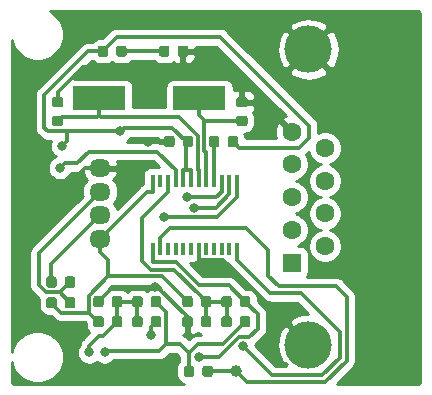
<source format=gtl>
G04 #@! TF.GenerationSoftware,KiCad,Pcbnew,(5.1.2)-1*
G04 #@! TF.CreationDate,2023-02-04T08:31:17+09:00*
G04 #@! TF.ProjectId,IR,49522e6b-6963-4616-945f-706362585858,v1.2*
G04 #@! TF.SameCoordinates,Original*
G04 #@! TF.FileFunction,Copper,L1,Top*
G04 #@! TF.FilePolarity,Positive*
%FSLAX46Y46*%
G04 Gerber Fmt 4.6, Leading zero omitted, Abs format (unit mm)*
G04 Created by KiCad (PCBNEW (5.1.2)-1) date 2023-02-04 08:31:17*
%MOMM*%
%LPD*%
G04 APERTURE LIST*
%ADD10O,1.800000X1.524000*%
%ADD11C,0.050000*%
%ADD12C,0.875000*%
%ADD13R,4.500000X2.000000*%
%ADD14C,1.000000*%
%ADD15R,0.400000X1.100000*%
%ADD16R,1.600000X1.600000*%
%ADD17C,1.600000*%
%ADD18C,4.000000*%
%ADD19C,0.800000*%
%ADD20C,0.350000*%
%ADD21C,0.254000*%
G04 APERTURE END LIST*
D10*
X185200000Y-114000000D03*
X185200000Y-112000000D03*
X185200000Y-110000000D03*
X185200000Y-108000000D03*
D11*
G36*
X192865691Y-105276053D02*
G01*
X192886926Y-105279203D01*
X192907750Y-105284419D01*
X192927962Y-105291651D01*
X192947368Y-105300830D01*
X192965781Y-105311866D01*
X192983024Y-105324654D01*
X192998930Y-105339070D01*
X193013346Y-105354976D01*
X193026134Y-105372219D01*
X193037170Y-105390632D01*
X193046349Y-105410038D01*
X193053581Y-105430250D01*
X193058797Y-105451074D01*
X193061947Y-105472309D01*
X193063000Y-105493750D01*
X193063000Y-106006250D01*
X193061947Y-106027691D01*
X193058797Y-106048926D01*
X193053581Y-106069750D01*
X193046349Y-106089962D01*
X193037170Y-106109368D01*
X193026134Y-106127781D01*
X193013346Y-106145024D01*
X192998930Y-106160930D01*
X192983024Y-106175346D01*
X192965781Y-106188134D01*
X192947368Y-106199170D01*
X192927962Y-106208349D01*
X192907750Y-106215581D01*
X192886926Y-106220797D01*
X192865691Y-106223947D01*
X192844250Y-106225000D01*
X192406750Y-106225000D01*
X192385309Y-106223947D01*
X192364074Y-106220797D01*
X192343250Y-106215581D01*
X192323038Y-106208349D01*
X192303632Y-106199170D01*
X192285219Y-106188134D01*
X192267976Y-106175346D01*
X192252070Y-106160930D01*
X192237654Y-106145024D01*
X192224866Y-106127781D01*
X192213830Y-106109368D01*
X192204651Y-106089962D01*
X192197419Y-106069750D01*
X192192203Y-106048926D01*
X192189053Y-106027691D01*
X192188000Y-106006250D01*
X192188000Y-105493750D01*
X192189053Y-105472309D01*
X192192203Y-105451074D01*
X192197419Y-105430250D01*
X192204651Y-105410038D01*
X192213830Y-105390632D01*
X192224866Y-105372219D01*
X192237654Y-105354976D01*
X192252070Y-105339070D01*
X192267976Y-105324654D01*
X192285219Y-105311866D01*
X192303632Y-105300830D01*
X192323038Y-105291651D01*
X192343250Y-105284419D01*
X192364074Y-105279203D01*
X192385309Y-105276053D01*
X192406750Y-105275000D01*
X192844250Y-105275000D01*
X192865691Y-105276053D01*
X192865691Y-105276053D01*
G37*
D12*
X192625500Y-105750000D03*
D11*
G36*
X191290691Y-105276053D02*
G01*
X191311926Y-105279203D01*
X191332750Y-105284419D01*
X191352962Y-105291651D01*
X191372368Y-105300830D01*
X191390781Y-105311866D01*
X191408024Y-105324654D01*
X191423930Y-105339070D01*
X191438346Y-105354976D01*
X191451134Y-105372219D01*
X191462170Y-105390632D01*
X191471349Y-105410038D01*
X191478581Y-105430250D01*
X191483797Y-105451074D01*
X191486947Y-105472309D01*
X191488000Y-105493750D01*
X191488000Y-106006250D01*
X191486947Y-106027691D01*
X191483797Y-106048926D01*
X191478581Y-106069750D01*
X191471349Y-106089962D01*
X191462170Y-106109368D01*
X191451134Y-106127781D01*
X191438346Y-106145024D01*
X191423930Y-106160930D01*
X191408024Y-106175346D01*
X191390781Y-106188134D01*
X191372368Y-106199170D01*
X191352962Y-106208349D01*
X191332750Y-106215581D01*
X191311926Y-106220797D01*
X191290691Y-106223947D01*
X191269250Y-106225000D01*
X190831750Y-106225000D01*
X190810309Y-106223947D01*
X190789074Y-106220797D01*
X190768250Y-106215581D01*
X190748038Y-106208349D01*
X190728632Y-106199170D01*
X190710219Y-106188134D01*
X190692976Y-106175346D01*
X190677070Y-106160930D01*
X190662654Y-106145024D01*
X190649866Y-106127781D01*
X190638830Y-106109368D01*
X190629651Y-106089962D01*
X190622419Y-106069750D01*
X190617203Y-106048926D01*
X190614053Y-106027691D01*
X190613000Y-106006250D01*
X190613000Y-105493750D01*
X190614053Y-105472309D01*
X190617203Y-105451074D01*
X190622419Y-105430250D01*
X190629651Y-105410038D01*
X190638830Y-105390632D01*
X190649866Y-105372219D01*
X190662654Y-105354976D01*
X190677070Y-105339070D01*
X190692976Y-105324654D01*
X190710219Y-105311866D01*
X190728632Y-105300830D01*
X190748038Y-105291651D01*
X190768250Y-105284419D01*
X190789074Y-105279203D01*
X190810309Y-105276053D01*
X190831750Y-105275000D01*
X191269250Y-105275000D01*
X191290691Y-105276053D01*
X191290691Y-105276053D01*
G37*
D12*
X191050500Y-105750000D03*
D11*
G36*
X197477691Y-101988053D02*
G01*
X197498926Y-101991203D01*
X197519750Y-101996419D01*
X197539962Y-102003651D01*
X197559368Y-102012830D01*
X197577781Y-102023866D01*
X197595024Y-102036654D01*
X197610930Y-102051070D01*
X197625346Y-102066976D01*
X197638134Y-102084219D01*
X197649170Y-102102632D01*
X197658349Y-102122038D01*
X197665581Y-102142250D01*
X197670797Y-102163074D01*
X197673947Y-102184309D01*
X197675000Y-102205750D01*
X197675000Y-102643250D01*
X197673947Y-102664691D01*
X197670797Y-102685926D01*
X197665581Y-102706750D01*
X197658349Y-102726962D01*
X197649170Y-102746368D01*
X197638134Y-102764781D01*
X197625346Y-102782024D01*
X197610930Y-102797930D01*
X197595024Y-102812346D01*
X197577781Y-102825134D01*
X197559368Y-102836170D01*
X197539962Y-102845349D01*
X197519750Y-102852581D01*
X197498926Y-102857797D01*
X197477691Y-102860947D01*
X197456250Y-102862000D01*
X196943750Y-102862000D01*
X196922309Y-102860947D01*
X196901074Y-102857797D01*
X196880250Y-102852581D01*
X196860038Y-102845349D01*
X196840632Y-102836170D01*
X196822219Y-102825134D01*
X196804976Y-102812346D01*
X196789070Y-102797930D01*
X196774654Y-102782024D01*
X196761866Y-102764781D01*
X196750830Y-102746368D01*
X196741651Y-102726962D01*
X196734419Y-102706750D01*
X196729203Y-102685926D01*
X196726053Y-102664691D01*
X196725000Y-102643250D01*
X196725000Y-102205750D01*
X196726053Y-102184309D01*
X196729203Y-102163074D01*
X196734419Y-102142250D01*
X196741651Y-102122038D01*
X196750830Y-102102632D01*
X196761866Y-102084219D01*
X196774654Y-102066976D01*
X196789070Y-102051070D01*
X196804976Y-102036654D01*
X196822219Y-102023866D01*
X196840632Y-102012830D01*
X196860038Y-102003651D01*
X196880250Y-101996419D01*
X196901074Y-101991203D01*
X196922309Y-101988053D01*
X196943750Y-101987000D01*
X197456250Y-101987000D01*
X197477691Y-101988053D01*
X197477691Y-101988053D01*
G37*
D12*
X197200000Y-102424500D03*
D11*
G36*
X197477691Y-103563053D02*
G01*
X197498926Y-103566203D01*
X197519750Y-103571419D01*
X197539962Y-103578651D01*
X197559368Y-103587830D01*
X197577781Y-103598866D01*
X197595024Y-103611654D01*
X197610930Y-103626070D01*
X197625346Y-103641976D01*
X197638134Y-103659219D01*
X197649170Y-103677632D01*
X197658349Y-103697038D01*
X197665581Y-103717250D01*
X197670797Y-103738074D01*
X197673947Y-103759309D01*
X197675000Y-103780750D01*
X197675000Y-104218250D01*
X197673947Y-104239691D01*
X197670797Y-104260926D01*
X197665581Y-104281750D01*
X197658349Y-104301962D01*
X197649170Y-104321368D01*
X197638134Y-104339781D01*
X197625346Y-104357024D01*
X197610930Y-104372930D01*
X197595024Y-104387346D01*
X197577781Y-104400134D01*
X197559368Y-104411170D01*
X197539962Y-104420349D01*
X197519750Y-104427581D01*
X197498926Y-104432797D01*
X197477691Y-104435947D01*
X197456250Y-104437000D01*
X196943750Y-104437000D01*
X196922309Y-104435947D01*
X196901074Y-104432797D01*
X196880250Y-104427581D01*
X196860038Y-104420349D01*
X196840632Y-104411170D01*
X196822219Y-104400134D01*
X196804976Y-104387346D01*
X196789070Y-104372930D01*
X196774654Y-104357024D01*
X196761866Y-104339781D01*
X196750830Y-104321368D01*
X196741651Y-104301962D01*
X196734419Y-104281750D01*
X196729203Y-104260926D01*
X196726053Y-104239691D01*
X196725000Y-104218250D01*
X196725000Y-103780750D01*
X196726053Y-103759309D01*
X196729203Y-103738074D01*
X196734419Y-103717250D01*
X196741651Y-103697038D01*
X196750830Y-103677632D01*
X196761866Y-103659219D01*
X196774654Y-103641976D01*
X196789070Y-103626070D01*
X196804976Y-103611654D01*
X196822219Y-103598866D01*
X196840632Y-103587830D01*
X196860038Y-103578651D01*
X196880250Y-103571419D01*
X196901074Y-103566203D01*
X196922309Y-103563053D01*
X196943750Y-103562000D01*
X197456250Y-103562000D01*
X197477691Y-103563053D01*
X197477691Y-103563053D01*
G37*
D12*
X197200000Y-103999500D03*
D11*
G36*
X181877691Y-103563053D02*
G01*
X181898926Y-103566203D01*
X181919750Y-103571419D01*
X181939962Y-103578651D01*
X181959368Y-103587830D01*
X181977781Y-103598866D01*
X181995024Y-103611654D01*
X182010930Y-103626070D01*
X182025346Y-103641976D01*
X182038134Y-103659219D01*
X182049170Y-103677632D01*
X182058349Y-103697038D01*
X182065581Y-103717250D01*
X182070797Y-103738074D01*
X182073947Y-103759309D01*
X182075000Y-103780750D01*
X182075000Y-104218250D01*
X182073947Y-104239691D01*
X182070797Y-104260926D01*
X182065581Y-104281750D01*
X182058349Y-104301962D01*
X182049170Y-104321368D01*
X182038134Y-104339781D01*
X182025346Y-104357024D01*
X182010930Y-104372930D01*
X181995024Y-104387346D01*
X181977781Y-104400134D01*
X181959368Y-104411170D01*
X181939962Y-104420349D01*
X181919750Y-104427581D01*
X181898926Y-104432797D01*
X181877691Y-104435947D01*
X181856250Y-104437000D01*
X181343750Y-104437000D01*
X181322309Y-104435947D01*
X181301074Y-104432797D01*
X181280250Y-104427581D01*
X181260038Y-104420349D01*
X181240632Y-104411170D01*
X181222219Y-104400134D01*
X181204976Y-104387346D01*
X181189070Y-104372930D01*
X181174654Y-104357024D01*
X181161866Y-104339781D01*
X181150830Y-104321368D01*
X181141651Y-104301962D01*
X181134419Y-104281750D01*
X181129203Y-104260926D01*
X181126053Y-104239691D01*
X181125000Y-104218250D01*
X181125000Y-103780750D01*
X181126053Y-103759309D01*
X181129203Y-103738074D01*
X181134419Y-103717250D01*
X181141651Y-103697038D01*
X181150830Y-103677632D01*
X181161866Y-103659219D01*
X181174654Y-103641976D01*
X181189070Y-103626070D01*
X181204976Y-103611654D01*
X181222219Y-103598866D01*
X181240632Y-103587830D01*
X181260038Y-103578651D01*
X181280250Y-103571419D01*
X181301074Y-103566203D01*
X181322309Y-103563053D01*
X181343750Y-103562000D01*
X181856250Y-103562000D01*
X181877691Y-103563053D01*
X181877691Y-103563053D01*
G37*
D12*
X181600000Y-103999500D03*
D11*
G36*
X181877691Y-101988053D02*
G01*
X181898926Y-101991203D01*
X181919750Y-101996419D01*
X181939962Y-102003651D01*
X181959368Y-102012830D01*
X181977781Y-102023866D01*
X181995024Y-102036654D01*
X182010930Y-102051070D01*
X182025346Y-102066976D01*
X182038134Y-102084219D01*
X182049170Y-102102632D01*
X182058349Y-102122038D01*
X182065581Y-102142250D01*
X182070797Y-102163074D01*
X182073947Y-102184309D01*
X182075000Y-102205750D01*
X182075000Y-102643250D01*
X182073947Y-102664691D01*
X182070797Y-102685926D01*
X182065581Y-102706750D01*
X182058349Y-102726962D01*
X182049170Y-102746368D01*
X182038134Y-102764781D01*
X182025346Y-102782024D01*
X182010930Y-102797930D01*
X181995024Y-102812346D01*
X181977781Y-102825134D01*
X181959368Y-102836170D01*
X181939962Y-102845349D01*
X181919750Y-102852581D01*
X181898926Y-102857797D01*
X181877691Y-102860947D01*
X181856250Y-102862000D01*
X181343750Y-102862000D01*
X181322309Y-102860947D01*
X181301074Y-102857797D01*
X181280250Y-102852581D01*
X181260038Y-102845349D01*
X181240632Y-102836170D01*
X181222219Y-102825134D01*
X181204976Y-102812346D01*
X181189070Y-102797930D01*
X181174654Y-102782024D01*
X181161866Y-102764781D01*
X181150830Y-102746368D01*
X181141651Y-102726962D01*
X181134419Y-102706750D01*
X181129203Y-102685926D01*
X181126053Y-102664691D01*
X181125000Y-102643250D01*
X181125000Y-102205750D01*
X181126053Y-102184309D01*
X181129203Y-102163074D01*
X181134419Y-102142250D01*
X181141651Y-102122038D01*
X181150830Y-102102632D01*
X181161866Y-102084219D01*
X181174654Y-102066976D01*
X181189070Y-102051070D01*
X181204976Y-102036654D01*
X181222219Y-102023866D01*
X181240632Y-102012830D01*
X181260038Y-102003651D01*
X181280250Y-101996419D01*
X181301074Y-101991203D01*
X181322309Y-101988053D01*
X181343750Y-101987000D01*
X181856250Y-101987000D01*
X181877691Y-101988053D01*
X181877691Y-101988053D01*
G37*
D12*
X181600000Y-102424500D03*
D11*
G36*
X187227691Y-97626053D02*
G01*
X187248926Y-97629203D01*
X187269750Y-97634419D01*
X187289962Y-97641651D01*
X187309368Y-97650830D01*
X187327781Y-97661866D01*
X187345024Y-97674654D01*
X187360930Y-97689070D01*
X187375346Y-97704976D01*
X187388134Y-97722219D01*
X187399170Y-97740632D01*
X187408349Y-97760038D01*
X187415581Y-97780250D01*
X187420797Y-97801074D01*
X187423947Y-97822309D01*
X187425000Y-97843750D01*
X187425000Y-98356250D01*
X187423947Y-98377691D01*
X187420797Y-98398926D01*
X187415581Y-98419750D01*
X187408349Y-98439962D01*
X187399170Y-98459368D01*
X187388134Y-98477781D01*
X187375346Y-98495024D01*
X187360930Y-98510930D01*
X187345024Y-98525346D01*
X187327781Y-98538134D01*
X187309368Y-98549170D01*
X187289962Y-98558349D01*
X187269750Y-98565581D01*
X187248926Y-98570797D01*
X187227691Y-98573947D01*
X187206250Y-98575000D01*
X186768750Y-98575000D01*
X186747309Y-98573947D01*
X186726074Y-98570797D01*
X186705250Y-98565581D01*
X186685038Y-98558349D01*
X186665632Y-98549170D01*
X186647219Y-98538134D01*
X186629976Y-98525346D01*
X186614070Y-98510930D01*
X186599654Y-98495024D01*
X186586866Y-98477781D01*
X186575830Y-98459368D01*
X186566651Y-98439962D01*
X186559419Y-98419750D01*
X186554203Y-98398926D01*
X186551053Y-98377691D01*
X186550000Y-98356250D01*
X186550000Y-97843750D01*
X186551053Y-97822309D01*
X186554203Y-97801074D01*
X186559419Y-97780250D01*
X186566651Y-97760038D01*
X186575830Y-97740632D01*
X186586866Y-97722219D01*
X186599654Y-97704976D01*
X186614070Y-97689070D01*
X186629976Y-97674654D01*
X186647219Y-97661866D01*
X186665632Y-97650830D01*
X186685038Y-97641651D01*
X186705250Y-97634419D01*
X186726074Y-97629203D01*
X186747309Y-97626053D01*
X186768750Y-97625000D01*
X187206250Y-97625000D01*
X187227691Y-97626053D01*
X187227691Y-97626053D01*
G37*
D12*
X186987500Y-98100000D03*
D11*
G36*
X185652691Y-97626053D02*
G01*
X185673926Y-97629203D01*
X185694750Y-97634419D01*
X185714962Y-97641651D01*
X185734368Y-97650830D01*
X185752781Y-97661866D01*
X185770024Y-97674654D01*
X185785930Y-97689070D01*
X185800346Y-97704976D01*
X185813134Y-97722219D01*
X185824170Y-97740632D01*
X185833349Y-97760038D01*
X185840581Y-97780250D01*
X185845797Y-97801074D01*
X185848947Y-97822309D01*
X185850000Y-97843750D01*
X185850000Y-98356250D01*
X185848947Y-98377691D01*
X185845797Y-98398926D01*
X185840581Y-98419750D01*
X185833349Y-98439962D01*
X185824170Y-98459368D01*
X185813134Y-98477781D01*
X185800346Y-98495024D01*
X185785930Y-98510930D01*
X185770024Y-98525346D01*
X185752781Y-98538134D01*
X185734368Y-98549170D01*
X185714962Y-98558349D01*
X185694750Y-98565581D01*
X185673926Y-98570797D01*
X185652691Y-98573947D01*
X185631250Y-98575000D01*
X185193750Y-98575000D01*
X185172309Y-98573947D01*
X185151074Y-98570797D01*
X185130250Y-98565581D01*
X185110038Y-98558349D01*
X185090632Y-98549170D01*
X185072219Y-98538134D01*
X185054976Y-98525346D01*
X185039070Y-98510930D01*
X185024654Y-98495024D01*
X185011866Y-98477781D01*
X185000830Y-98459368D01*
X184991651Y-98439962D01*
X184984419Y-98419750D01*
X184979203Y-98398926D01*
X184976053Y-98377691D01*
X184975000Y-98356250D01*
X184975000Y-97843750D01*
X184976053Y-97822309D01*
X184979203Y-97801074D01*
X184984419Y-97780250D01*
X184991651Y-97760038D01*
X185000830Y-97740632D01*
X185011866Y-97722219D01*
X185024654Y-97704976D01*
X185039070Y-97689070D01*
X185054976Y-97674654D01*
X185072219Y-97661866D01*
X185090632Y-97650830D01*
X185110038Y-97641651D01*
X185130250Y-97634419D01*
X185151074Y-97629203D01*
X185172309Y-97626053D01*
X185193750Y-97625000D01*
X185631250Y-97625000D01*
X185652691Y-97626053D01*
X185652691Y-97626053D01*
G37*
D12*
X185412500Y-98100000D03*
D11*
G36*
X188582691Y-120536053D02*
G01*
X188603926Y-120539203D01*
X188624750Y-120544419D01*
X188644962Y-120551651D01*
X188664368Y-120560830D01*
X188682781Y-120571866D01*
X188700024Y-120584654D01*
X188715930Y-120599070D01*
X188730346Y-120614976D01*
X188743134Y-120632219D01*
X188754170Y-120650632D01*
X188763349Y-120670038D01*
X188770581Y-120690250D01*
X188775797Y-120711074D01*
X188778947Y-120732309D01*
X188780000Y-120753750D01*
X188780000Y-121266250D01*
X188778947Y-121287691D01*
X188775797Y-121308926D01*
X188770581Y-121329750D01*
X188763349Y-121349962D01*
X188754170Y-121369368D01*
X188743134Y-121387781D01*
X188730346Y-121405024D01*
X188715930Y-121420930D01*
X188700024Y-121435346D01*
X188682781Y-121448134D01*
X188664368Y-121459170D01*
X188644962Y-121468349D01*
X188624750Y-121475581D01*
X188603926Y-121480797D01*
X188582691Y-121483947D01*
X188561250Y-121485000D01*
X188123750Y-121485000D01*
X188102309Y-121483947D01*
X188081074Y-121480797D01*
X188060250Y-121475581D01*
X188040038Y-121468349D01*
X188020632Y-121459170D01*
X188002219Y-121448134D01*
X187984976Y-121435346D01*
X187969070Y-121420930D01*
X187954654Y-121405024D01*
X187941866Y-121387781D01*
X187930830Y-121369368D01*
X187921651Y-121349962D01*
X187914419Y-121329750D01*
X187909203Y-121308926D01*
X187906053Y-121287691D01*
X187905000Y-121266250D01*
X187905000Y-120753750D01*
X187906053Y-120732309D01*
X187909203Y-120711074D01*
X187914419Y-120690250D01*
X187921651Y-120670038D01*
X187930830Y-120650632D01*
X187941866Y-120632219D01*
X187954654Y-120614976D01*
X187969070Y-120599070D01*
X187984976Y-120584654D01*
X188002219Y-120571866D01*
X188020632Y-120560830D01*
X188040038Y-120551651D01*
X188060250Y-120544419D01*
X188081074Y-120539203D01*
X188102309Y-120536053D01*
X188123750Y-120535000D01*
X188561250Y-120535000D01*
X188582691Y-120536053D01*
X188582691Y-120536053D01*
G37*
D12*
X188342500Y-121010000D03*
D11*
G36*
X190157691Y-120536053D02*
G01*
X190178926Y-120539203D01*
X190199750Y-120544419D01*
X190219962Y-120551651D01*
X190239368Y-120560830D01*
X190257781Y-120571866D01*
X190275024Y-120584654D01*
X190290930Y-120599070D01*
X190305346Y-120614976D01*
X190318134Y-120632219D01*
X190329170Y-120650632D01*
X190338349Y-120670038D01*
X190345581Y-120690250D01*
X190350797Y-120711074D01*
X190353947Y-120732309D01*
X190355000Y-120753750D01*
X190355000Y-121266250D01*
X190353947Y-121287691D01*
X190350797Y-121308926D01*
X190345581Y-121329750D01*
X190338349Y-121349962D01*
X190329170Y-121369368D01*
X190318134Y-121387781D01*
X190305346Y-121405024D01*
X190290930Y-121420930D01*
X190275024Y-121435346D01*
X190257781Y-121448134D01*
X190239368Y-121459170D01*
X190219962Y-121468349D01*
X190199750Y-121475581D01*
X190178926Y-121480797D01*
X190157691Y-121483947D01*
X190136250Y-121485000D01*
X189698750Y-121485000D01*
X189677309Y-121483947D01*
X189656074Y-121480797D01*
X189635250Y-121475581D01*
X189615038Y-121468349D01*
X189595632Y-121459170D01*
X189577219Y-121448134D01*
X189559976Y-121435346D01*
X189544070Y-121420930D01*
X189529654Y-121405024D01*
X189516866Y-121387781D01*
X189505830Y-121369368D01*
X189496651Y-121349962D01*
X189489419Y-121329750D01*
X189484203Y-121308926D01*
X189481053Y-121287691D01*
X189480000Y-121266250D01*
X189480000Y-120753750D01*
X189481053Y-120732309D01*
X189484203Y-120711074D01*
X189489419Y-120690250D01*
X189496651Y-120670038D01*
X189505830Y-120650632D01*
X189516866Y-120632219D01*
X189529654Y-120614976D01*
X189544070Y-120599070D01*
X189559976Y-120584654D01*
X189577219Y-120571866D01*
X189595632Y-120560830D01*
X189615038Y-120551651D01*
X189635250Y-120544419D01*
X189656074Y-120539203D01*
X189677309Y-120536053D01*
X189698750Y-120535000D01*
X190136250Y-120535000D01*
X190157691Y-120536053D01*
X190157691Y-120536053D01*
G37*
D12*
X189917500Y-121010000D03*
D11*
G36*
X186857691Y-120536053D02*
G01*
X186878926Y-120539203D01*
X186899750Y-120544419D01*
X186919962Y-120551651D01*
X186939368Y-120560830D01*
X186957781Y-120571866D01*
X186975024Y-120584654D01*
X186990930Y-120599070D01*
X187005346Y-120614976D01*
X187018134Y-120632219D01*
X187029170Y-120650632D01*
X187038349Y-120670038D01*
X187045581Y-120690250D01*
X187050797Y-120711074D01*
X187053947Y-120732309D01*
X187055000Y-120753750D01*
X187055000Y-121266250D01*
X187053947Y-121287691D01*
X187050797Y-121308926D01*
X187045581Y-121329750D01*
X187038349Y-121349962D01*
X187029170Y-121369368D01*
X187018134Y-121387781D01*
X187005346Y-121405024D01*
X186990930Y-121420930D01*
X186975024Y-121435346D01*
X186957781Y-121448134D01*
X186939368Y-121459170D01*
X186919962Y-121468349D01*
X186899750Y-121475581D01*
X186878926Y-121480797D01*
X186857691Y-121483947D01*
X186836250Y-121485000D01*
X186398750Y-121485000D01*
X186377309Y-121483947D01*
X186356074Y-121480797D01*
X186335250Y-121475581D01*
X186315038Y-121468349D01*
X186295632Y-121459170D01*
X186277219Y-121448134D01*
X186259976Y-121435346D01*
X186244070Y-121420930D01*
X186229654Y-121405024D01*
X186216866Y-121387781D01*
X186205830Y-121369368D01*
X186196651Y-121349962D01*
X186189419Y-121329750D01*
X186184203Y-121308926D01*
X186181053Y-121287691D01*
X186180000Y-121266250D01*
X186180000Y-120753750D01*
X186181053Y-120732309D01*
X186184203Y-120711074D01*
X186189419Y-120690250D01*
X186196651Y-120670038D01*
X186205830Y-120650632D01*
X186216866Y-120632219D01*
X186229654Y-120614976D01*
X186244070Y-120599070D01*
X186259976Y-120584654D01*
X186277219Y-120571866D01*
X186295632Y-120560830D01*
X186315038Y-120551651D01*
X186335250Y-120544419D01*
X186356074Y-120539203D01*
X186377309Y-120536053D01*
X186398750Y-120535000D01*
X186836250Y-120535000D01*
X186857691Y-120536053D01*
X186857691Y-120536053D01*
G37*
D12*
X186617500Y-121010000D03*
D11*
G36*
X185282691Y-120536053D02*
G01*
X185303926Y-120539203D01*
X185324750Y-120544419D01*
X185344962Y-120551651D01*
X185364368Y-120560830D01*
X185382781Y-120571866D01*
X185400024Y-120584654D01*
X185415930Y-120599070D01*
X185430346Y-120614976D01*
X185443134Y-120632219D01*
X185454170Y-120650632D01*
X185463349Y-120670038D01*
X185470581Y-120690250D01*
X185475797Y-120711074D01*
X185478947Y-120732309D01*
X185480000Y-120753750D01*
X185480000Y-121266250D01*
X185478947Y-121287691D01*
X185475797Y-121308926D01*
X185470581Y-121329750D01*
X185463349Y-121349962D01*
X185454170Y-121369368D01*
X185443134Y-121387781D01*
X185430346Y-121405024D01*
X185415930Y-121420930D01*
X185400024Y-121435346D01*
X185382781Y-121448134D01*
X185364368Y-121459170D01*
X185344962Y-121468349D01*
X185324750Y-121475581D01*
X185303926Y-121480797D01*
X185282691Y-121483947D01*
X185261250Y-121485000D01*
X184823750Y-121485000D01*
X184802309Y-121483947D01*
X184781074Y-121480797D01*
X184760250Y-121475581D01*
X184740038Y-121468349D01*
X184720632Y-121459170D01*
X184702219Y-121448134D01*
X184684976Y-121435346D01*
X184669070Y-121420930D01*
X184654654Y-121405024D01*
X184641866Y-121387781D01*
X184630830Y-121369368D01*
X184621651Y-121349962D01*
X184614419Y-121329750D01*
X184609203Y-121308926D01*
X184606053Y-121287691D01*
X184605000Y-121266250D01*
X184605000Y-120753750D01*
X184606053Y-120732309D01*
X184609203Y-120711074D01*
X184614419Y-120690250D01*
X184621651Y-120670038D01*
X184630830Y-120650632D01*
X184641866Y-120632219D01*
X184654654Y-120614976D01*
X184669070Y-120599070D01*
X184684976Y-120584654D01*
X184702219Y-120571866D01*
X184720632Y-120560830D01*
X184740038Y-120551651D01*
X184760250Y-120544419D01*
X184781074Y-120539203D01*
X184802309Y-120536053D01*
X184823750Y-120535000D01*
X185261250Y-120535000D01*
X185282691Y-120536053D01*
X185282691Y-120536053D01*
G37*
D12*
X185042500Y-121010000D03*
D11*
G36*
X197707691Y-118836053D02*
G01*
X197728926Y-118839203D01*
X197749750Y-118844419D01*
X197769962Y-118851651D01*
X197789368Y-118860830D01*
X197807781Y-118871866D01*
X197825024Y-118884654D01*
X197840930Y-118899070D01*
X197855346Y-118914976D01*
X197868134Y-118932219D01*
X197879170Y-118950632D01*
X197888349Y-118970038D01*
X197895581Y-118990250D01*
X197900797Y-119011074D01*
X197903947Y-119032309D01*
X197905000Y-119053750D01*
X197905000Y-119566250D01*
X197903947Y-119587691D01*
X197900797Y-119608926D01*
X197895581Y-119629750D01*
X197888349Y-119649962D01*
X197879170Y-119669368D01*
X197868134Y-119687781D01*
X197855346Y-119705024D01*
X197840930Y-119720930D01*
X197825024Y-119735346D01*
X197807781Y-119748134D01*
X197789368Y-119759170D01*
X197769962Y-119768349D01*
X197749750Y-119775581D01*
X197728926Y-119780797D01*
X197707691Y-119783947D01*
X197686250Y-119785000D01*
X197248750Y-119785000D01*
X197227309Y-119783947D01*
X197206074Y-119780797D01*
X197185250Y-119775581D01*
X197165038Y-119768349D01*
X197145632Y-119759170D01*
X197127219Y-119748134D01*
X197109976Y-119735346D01*
X197094070Y-119720930D01*
X197079654Y-119705024D01*
X197066866Y-119687781D01*
X197055830Y-119669368D01*
X197046651Y-119649962D01*
X197039419Y-119629750D01*
X197034203Y-119608926D01*
X197031053Y-119587691D01*
X197030000Y-119566250D01*
X197030000Y-119053750D01*
X197031053Y-119032309D01*
X197034203Y-119011074D01*
X197039419Y-118990250D01*
X197046651Y-118970038D01*
X197055830Y-118950632D01*
X197066866Y-118932219D01*
X197079654Y-118914976D01*
X197094070Y-118899070D01*
X197109976Y-118884654D01*
X197127219Y-118871866D01*
X197145632Y-118860830D01*
X197165038Y-118851651D01*
X197185250Y-118844419D01*
X197206074Y-118839203D01*
X197227309Y-118836053D01*
X197248750Y-118835000D01*
X197686250Y-118835000D01*
X197707691Y-118836053D01*
X197707691Y-118836053D01*
G37*
D12*
X197467500Y-119310000D03*
D11*
G36*
X196132691Y-118836053D02*
G01*
X196153926Y-118839203D01*
X196174750Y-118844419D01*
X196194962Y-118851651D01*
X196214368Y-118860830D01*
X196232781Y-118871866D01*
X196250024Y-118884654D01*
X196265930Y-118899070D01*
X196280346Y-118914976D01*
X196293134Y-118932219D01*
X196304170Y-118950632D01*
X196313349Y-118970038D01*
X196320581Y-118990250D01*
X196325797Y-119011074D01*
X196328947Y-119032309D01*
X196330000Y-119053750D01*
X196330000Y-119566250D01*
X196328947Y-119587691D01*
X196325797Y-119608926D01*
X196320581Y-119629750D01*
X196313349Y-119649962D01*
X196304170Y-119669368D01*
X196293134Y-119687781D01*
X196280346Y-119705024D01*
X196265930Y-119720930D01*
X196250024Y-119735346D01*
X196232781Y-119748134D01*
X196214368Y-119759170D01*
X196194962Y-119768349D01*
X196174750Y-119775581D01*
X196153926Y-119780797D01*
X196132691Y-119783947D01*
X196111250Y-119785000D01*
X195673750Y-119785000D01*
X195652309Y-119783947D01*
X195631074Y-119780797D01*
X195610250Y-119775581D01*
X195590038Y-119768349D01*
X195570632Y-119759170D01*
X195552219Y-119748134D01*
X195534976Y-119735346D01*
X195519070Y-119720930D01*
X195504654Y-119705024D01*
X195491866Y-119687781D01*
X195480830Y-119669368D01*
X195471651Y-119649962D01*
X195464419Y-119629750D01*
X195459203Y-119608926D01*
X195456053Y-119587691D01*
X195455000Y-119566250D01*
X195455000Y-119053750D01*
X195456053Y-119032309D01*
X195459203Y-119011074D01*
X195464419Y-118990250D01*
X195471651Y-118970038D01*
X195480830Y-118950632D01*
X195491866Y-118932219D01*
X195504654Y-118914976D01*
X195519070Y-118899070D01*
X195534976Y-118884654D01*
X195552219Y-118871866D01*
X195570632Y-118860830D01*
X195590038Y-118851651D01*
X195610250Y-118844419D01*
X195631074Y-118839203D01*
X195652309Y-118836053D01*
X195673750Y-118835000D01*
X196111250Y-118835000D01*
X196132691Y-118836053D01*
X196132691Y-118836053D01*
G37*
D12*
X195892500Y-119310000D03*
D11*
G36*
X192832691Y-118836053D02*
G01*
X192853926Y-118839203D01*
X192874750Y-118844419D01*
X192894962Y-118851651D01*
X192914368Y-118860830D01*
X192932781Y-118871866D01*
X192950024Y-118884654D01*
X192965930Y-118899070D01*
X192980346Y-118914976D01*
X192993134Y-118932219D01*
X193004170Y-118950632D01*
X193013349Y-118970038D01*
X193020581Y-118990250D01*
X193025797Y-119011074D01*
X193028947Y-119032309D01*
X193030000Y-119053750D01*
X193030000Y-119566250D01*
X193028947Y-119587691D01*
X193025797Y-119608926D01*
X193020581Y-119629750D01*
X193013349Y-119649962D01*
X193004170Y-119669368D01*
X192993134Y-119687781D01*
X192980346Y-119705024D01*
X192965930Y-119720930D01*
X192950024Y-119735346D01*
X192932781Y-119748134D01*
X192914368Y-119759170D01*
X192894962Y-119768349D01*
X192874750Y-119775581D01*
X192853926Y-119780797D01*
X192832691Y-119783947D01*
X192811250Y-119785000D01*
X192373750Y-119785000D01*
X192352309Y-119783947D01*
X192331074Y-119780797D01*
X192310250Y-119775581D01*
X192290038Y-119768349D01*
X192270632Y-119759170D01*
X192252219Y-119748134D01*
X192234976Y-119735346D01*
X192219070Y-119720930D01*
X192204654Y-119705024D01*
X192191866Y-119687781D01*
X192180830Y-119669368D01*
X192171651Y-119649962D01*
X192164419Y-119629750D01*
X192159203Y-119608926D01*
X192156053Y-119587691D01*
X192155000Y-119566250D01*
X192155000Y-119053750D01*
X192156053Y-119032309D01*
X192159203Y-119011074D01*
X192164419Y-118990250D01*
X192171651Y-118970038D01*
X192180830Y-118950632D01*
X192191866Y-118932219D01*
X192204654Y-118914976D01*
X192219070Y-118899070D01*
X192234976Y-118884654D01*
X192252219Y-118871866D01*
X192270632Y-118860830D01*
X192290038Y-118851651D01*
X192310250Y-118844419D01*
X192331074Y-118839203D01*
X192352309Y-118836053D01*
X192373750Y-118835000D01*
X192811250Y-118835000D01*
X192832691Y-118836053D01*
X192832691Y-118836053D01*
G37*
D12*
X192592500Y-119310000D03*
D11*
G36*
X194407691Y-118836053D02*
G01*
X194428926Y-118839203D01*
X194449750Y-118844419D01*
X194469962Y-118851651D01*
X194489368Y-118860830D01*
X194507781Y-118871866D01*
X194525024Y-118884654D01*
X194540930Y-118899070D01*
X194555346Y-118914976D01*
X194568134Y-118932219D01*
X194579170Y-118950632D01*
X194588349Y-118970038D01*
X194595581Y-118990250D01*
X194600797Y-119011074D01*
X194603947Y-119032309D01*
X194605000Y-119053750D01*
X194605000Y-119566250D01*
X194603947Y-119587691D01*
X194600797Y-119608926D01*
X194595581Y-119629750D01*
X194588349Y-119649962D01*
X194579170Y-119669368D01*
X194568134Y-119687781D01*
X194555346Y-119705024D01*
X194540930Y-119720930D01*
X194525024Y-119735346D01*
X194507781Y-119748134D01*
X194489368Y-119759170D01*
X194469962Y-119768349D01*
X194449750Y-119775581D01*
X194428926Y-119780797D01*
X194407691Y-119783947D01*
X194386250Y-119785000D01*
X193948750Y-119785000D01*
X193927309Y-119783947D01*
X193906074Y-119780797D01*
X193885250Y-119775581D01*
X193865038Y-119768349D01*
X193845632Y-119759170D01*
X193827219Y-119748134D01*
X193809976Y-119735346D01*
X193794070Y-119720930D01*
X193779654Y-119705024D01*
X193766866Y-119687781D01*
X193755830Y-119669368D01*
X193746651Y-119649962D01*
X193739419Y-119629750D01*
X193734203Y-119608926D01*
X193731053Y-119587691D01*
X193730000Y-119566250D01*
X193730000Y-119053750D01*
X193731053Y-119032309D01*
X193734203Y-119011074D01*
X193739419Y-118990250D01*
X193746651Y-118970038D01*
X193755830Y-118950632D01*
X193766866Y-118932219D01*
X193779654Y-118914976D01*
X193794070Y-118899070D01*
X193809976Y-118884654D01*
X193827219Y-118871866D01*
X193845632Y-118860830D01*
X193865038Y-118851651D01*
X193885250Y-118844419D01*
X193906074Y-118839203D01*
X193927309Y-118836053D01*
X193948750Y-118835000D01*
X194386250Y-118835000D01*
X194407691Y-118836053D01*
X194407691Y-118836053D01*
G37*
D12*
X194167500Y-119310000D03*
D11*
G36*
X182877691Y-117176053D02*
G01*
X182898926Y-117179203D01*
X182919750Y-117184419D01*
X182939962Y-117191651D01*
X182959368Y-117200830D01*
X182977781Y-117211866D01*
X182995024Y-117224654D01*
X183010930Y-117239070D01*
X183025346Y-117254976D01*
X183038134Y-117272219D01*
X183049170Y-117290632D01*
X183058349Y-117310038D01*
X183065581Y-117330250D01*
X183070797Y-117351074D01*
X183073947Y-117372309D01*
X183075000Y-117393750D01*
X183075000Y-117906250D01*
X183073947Y-117927691D01*
X183070797Y-117948926D01*
X183065581Y-117969750D01*
X183058349Y-117989962D01*
X183049170Y-118009368D01*
X183038134Y-118027781D01*
X183025346Y-118045024D01*
X183010930Y-118060930D01*
X182995024Y-118075346D01*
X182977781Y-118088134D01*
X182959368Y-118099170D01*
X182939962Y-118108349D01*
X182919750Y-118115581D01*
X182898926Y-118120797D01*
X182877691Y-118123947D01*
X182856250Y-118125000D01*
X182418750Y-118125000D01*
X182397309Y-118123947D01*
X182376074Y-118120797D01*
X182355250Y-118115581D01*
X182335038Y-118108349D01*
X182315632Y-118099170D01*
X182297219Y-118088134D01*
X182279976Y-118075346D01*
X182264070Y-118060930D01*
X182249654Y-118045024D01*
X182236866Y-118027781D01*
X182225830Y-118009368D01*
X182216651Y-117989962D01*
X182209419Y-117969750D01*
X182204203Y-117948926D01*
X182201053Y-117927691D01*
X182200000Y-117906250D01*
X182200000Y-117393750D01*
X182201053Y-117372309D01*
X182204203Y-117351074D01*
X182209419Y-117330250D01*
X182216651Y-117310038D01*
X182225830Y-117290632D01*
X182236866Y-117272219D01*
X182249654Y-117254976D01*
X182264070Y-117239070D01*
X182279976Y-117224654D01*
X182297219Y-117211866D01*
X182315632Y-117200830D01*
X182335038Y-117191651D01*
X182355250Y-117184419D01*
X182376074Y-117179203D01*
X182397309Y-117176053D01*
X182418750Y-117175000D01*
X182856250Y-117175000D01*
X182877691Y-117176053D01*
X182877691Y-117176053D01*
G37*
D12*
X182637500Y-117650000D03*
D11*
G36*
X181302691Y-117176053D02*
G01*
X181323926Y-117179203D01*
X181344750Y-117184419D01*
X181364962Y-117191651D01*
X181384368Y-117200830D01*
X181402781Y-117211866D01*
X181420024Y-117224654D01*
X181435930Y-117239070D01*
X181450346Y-117254976D01*
X181463134Y-117272219D01*
X181474170Y-117290632D01*
X181483349Y-117310038D01*
X181490581Y-117330250D01*
X181495797Y-117351074D01*
X181498947Y-117372309D01*
X181500000Y-117393750D01*
X181500000Y-117906250D01*
X181498947Y-117927691D01*
X181495797Y-117948926D01*
X181490581Y-117969750D01*
X181483349Y-117989962D01*
X181474170Y-118009368D01*
X181463134Y-118027781D01*
X181450346Y-118045024D01*
X181435930Y-118060930D01*
X181420024Y-118075346D01*
X181402781Y-118088134D01*
X181384368Y-118099170D01*
X181364962Y-118108349D01*
X181344750Y-118115581D01*
X181323926Y-118120797D01*
X181302691Y-118123947D01*
X181281250Y-118125000D01*
X180843750Y-118125000D01*
X180822309Y-118123947D01*
X180801074Y-118120797D01*
X180780250Y-118115581D01*
X180760038Y-118108349D01*
X180740632Y-118099170D01*
X180722219Y-118088134D01*
X180704976Y-118075346D01*
X180689070Y-118060930D01*
X180674654Y-118045024D01*
X180661866Y-118027781D01*
X180650830Y-118009368D01*
X180641651Y-117989962D01*
X180634419Y-117969750D01*
X180629203Y-117948926D01*
X180626053Y-117927691D01*
X180625000Y-117906250D01*
X180625000Y-117393750D01*
X180626053Y-117372309D01*
X180629203Y-117351074D01*
X180634419Y-117330250D01*
X180641651Y-117310038D01*
X180650830Y-117290632D01*
X180661866Y-117272219D01*
X180674654Y-117254976D01*
X180689070Y-117239070D01*
X180704976Y-117224654D01*
X180722219Y-117211866D01*
X180740632Y-117200830D01*
X180760038Y-117191651D01*
X180780250Y-117184419D01*
X180801074Y-117179203D01*
X180822309Y-117176053D01*
X180843750Y-117175000D01*
X181281250Y-117175000D01*
X181302691Y-117176053D01*
X181302691Y-117176053D01*
G37*
D12*
X181062500Y-117650000D03*
D11*
G36*
X188582691Y-118836053D02*
G01*
X188603926Y-118839203D01*
X188624750Y-118844419D01*
X188644962Y-118851651D01*
X188664368Y-118860830D01*
X188682781Y-118871866D01*
X188700024Y-118884654D01*
X188715930Y-118899070D01*
X188730346Y-118914976D01*
X188743134Y-118932219D01*
X188754170Y-118950632D01*
X188763349Y-118970038D01*
X188770581Y-118990250D01*
X188775797Y-119011074D01*
X188778947Y-119032309D01*
X188780000Y-119053750D01*
X188780000Y-119566250D01*
X188778947Y-119587691D01*
X188775797Y-119608926D01*
X188770581Y-119629750D01*
X188763349Y-119649962D01*
X188754170Y-119669368D01*
X188743134Y-119687781D01*
X188730346Y-119705024D01*
X188715930Y-119720930D01*
X188700024Y-119735346D01*
X188682781Y-119748134D01*
X188664368Y-119759170D01*
X188644962Y-119768349D01*
X188624750Y-119775581D01*
X188603926Y-119780797D01*
X188582691Y-119783947D01*
X188561250Y-119785000D01*
X188123750Y-119785000D01*
X188102309Y-119783947D01*
X188081074Y-119780797D01*
X188060250Y-119775581D01*
X188040038Y-119768349D01*
X188020632Y-119759170D01*
X188002219Y-119748134D01*
X187984976Y-119735346D01*
X187969070Y-119720930D01*
X187954654Y-119705024D01*
X187941866Y-119687781D01*
X187930830Y-119669368D01*
X187921651Y-119649962D01*
X187914419Y-119629750D01*
X187909203Y-119608926D01*
X187906053Y-119587691D01*
X187905000Y-119566250D01*
X187905000Y-119053750D01*
X187906053Y-119032309D01*
X187909203Y-119011074D01*
X187914419Y-118990250D01*
X187921651Y-118970038D01*
X187930830Y-118950632D01*
X187941866Y-118932219D01*
X187954654Y-118914976D01*
X187969070Y-118899070D01*
X187984976Y-118884654D01*
X188002219Y-118871866D01*
X188020632Y-118860830D01*
X188040038Y-118851651D01*
X188060250Y-118844419D01*
X188081074Y-118839203D01*
X188102309Y-118836053D01*
X188123750Y-118835000D01*
X188561250Y-118835000D01*
X188582691Y-118836053D01*
X188582691Y-118836053D01*
G37*
D12*
X188342500Y-119310000D03*
D11*
G36*
X190157691Y-118836053D02*
G01*
X190178926Y-118839203D01*
X190199750Y-118844419D01*
X190219962Y-118851651D01*
X190239368Y-118860830D01*
X190257781Y-118871866D01*
X190275024Y-118884654D01*
X190290930Y-118899070D01*
X190305346Y-118914976D01*
X190318134Y-118932219D01*
X190329170Y-118950632D01*
X190338349Y-118970038D01*
X190345581Y-118990250D01*
X190350797Y-119011074D01*
X190353947Y-119032309D01*
X190355000Y-119053750D01*
X190355000Y-119566250D01*
X190353947Y-119587691D01*
X190350797Y-119608926D01*
X190345581Y-119629750D01*
X190338349Y-119649962D01*
X190329170Y-119669368D01*
X190318134Y-119687781D01*
X190305346Y-119705024D01*
X190290930Y-119720930D01*
X190275024Y-119735346D01*
X190257781Y-119748134D01*
X190239368Y-119759170D01*
X190219962Y-119768349D01*
X190199750Y-119775581D01*
X190178926Y-119780797D01*
X190157691Y-119783947D01*
X190136250Y-119785000D01*
X189698750Y-119785000D01*
X189677309Y-119783947D01*
X189656074Y-119780797D01*
X189635250Y-119775581D01*
X189615038Y-119768349D01*
X189595632Y-119759170D01*
X189577219Y-119748134D01*
X189559976Y-119735346D01*
X189544070Y-119720930D01*
X189529654Y-119705024D01*
X189516866Y-119687781D01*
X189505830Y-119669368D01*
X189496651Y-119649962D01*
X189489419Y-119629750D01*
X189484203Y-119608926D01*
X189481053Y-119587691D01*
X189480000Y-119566250D01*
X189480000Y-119053750D01*
X189481053Y-119032309D01*
X189484203Y-119011074D01*
X189489419Y-118990250D01*
X189496651Y-118970038D01*
X189505830Y-118950632D01*
X189516866Y-118932219D01*
X189529654Y-118914976D01*
X189544070Y-118899070D01*
X189559976Y-118884654D01*
X189577219Y-118871866D01*
X189595632Y-118860830D01*
X189615038Y-118851651D01*
X189635250Y-118844419D01*
X189656074Y-118839203D01*
X189677309Y-118836053D01*
X189698750Y-118835000D01*
X190136250Y-118835000D01*
X190157691Y-118836053D01*
X190157691Y-118836053D01*
G37*
D12*
X189917500Y-119310000D03*
D11*
G36*
X186857691Y-118836053D02*
G01*
X186878926Y-118839203D01*
X186899750Y-118844419D01*
X186919962Y-118851651D01*
X186939368Y-118860830D01*
X186957781Y-118871866D01*
X186975024Y-118884654D01*
X186990930Y-118899070D01*
X187005346Y-118914976D01*
X187018134Y-118932219D01*
X187029170Y-118950632D01*
X187038349Y-118970038D01*
X187045581Y-118990250D01*
X187050797Y-119011074D01*
X187053947Y-119032309D01*
X187055000Y-119053750D01*
X187055000Y-119566250D01*
X187053947Y-119587691D01*
X187050797Y-119608926D01*
X187045581Y-119629750D01*
X187038349Y-119649962D01*
X187029170Y-119669368D01*
X187018134Y-119687781D01*
X187005346Y-119705024D01*
X186990930Y-119720930D01*
X186975024Y-119735346D01*
X186957781Y-119748134D01*
X186939368Y-119759170D01*
X186919962Y-119768349D01*
X186899750Y-119775581D01*
X186878926Y-119780797D01*
X186857691Y-119783947D01*
X186836250Y-119785000D01*
X186398750Y-119785000D01*
X186377309Y-119783947D01*
X186356074Y-119780797D01*
X186335250Y-119775581D01*
X186315038Y-119768349D01*
X186295632Y-119759170D01*
X186277219Y-119748134D01*
X186259976Y-119735346D01*
X186244070Y-119720930D01*
X186229654Y-119705024D01*
X186216866Y-119687781D01*
X186205830Y-119669368D01*
X186196651Y-119649962D01*
X186189419Y-119629750D01*
X186184203Y-119608926D01*
X186181053Y-119587691D01*
X186180000Y-119566250D01*
X186180000Y-119053750D01*
X186181053Y-119032309D01*
X186184203Y-119011074D01*
X186189419Y-118990250D01*
X186196651Y-118970038D01*
X186205830Y-118950632D01*
X186216866Y-118932219D01*
X186229654Y-118914976D01*
X186244070Y-118899070D01*
X186259976Y-118884654D01*
X186277219Y-118871866D01*
X186295632Y-118860830D01*
X186315038Y-118851651D01*
X186335250Y-118844419D01*
X186356074Y-118839203D01*
X186377309Y-118836053D01*
X186398750Y-118835000D01*
X186836250Y-118835000D01*
X186857691Y-118836053D01*
X186857691Y-118836053D01*
G37*
D12*
X186617500Y-119310000D03*
D11*
G36*
X185282691Y-118836053D02*
G01*
X185303926Y-118839203D01*
X185324750Y-118844419D01*
X185344962Y-118851651D01*
X185364368Y-118860830D01*
X185382781Y-118871866D01*
X185400024Y-118884654D01*
X185415930Y-118899070D01*
X185430346Y-118914976D01*
X185443134Y-118932219D01*
X185454170Y-118950632D01*
X185463349Y-118970038D01*
X185470581Y-118990250D01*
X185475797Y-119011074D01*
X185478947Y-119032309D01*
X185480000Y-119053750D01*
X185480000Y-119566250D01*
X185478947Y-119587691D01*
X185475797Y-119608926D01*
X185470581Y-119629750D01*
X185463349Y-119649962D01*
X185454170Y-119669368D01*
X185443134Y-119687781D01*
X185430346Y-119705024D01*
X185415930Y-119720930D01*
X185400024Y-119735346D01*
X185382781Y-119748134D01*
X185364368Y-119759170D01*
X185344962Y-119768349D01*
X185324750Y-119775581D01*
X185303926Y-119780797D01*
X185282691Y-119783947D01*
X185261250Y-119785000D01*
X184823750Y-119785000D01*
X184802309Y-119783947D01*
X184781074Y-119780797D01*
X184760250Y-119775581D01*
X184740038Y-119768349D01*
X184720632Y-119759170D01*
X184702219Y-119748134D01*
X184684976Y-119735346D01*
X184669070Y-119720930D01*
X184654654Y-119705024D01*
X184641866Y-119687781D01*
X184630830Y-119669368D01*
X184621651Y-119649962D01*
X184614419Y-119629750D01*
X184609203Y-119608926D01*
X184606053Y-119587691D01*
X184605000Y-119566250D01*
X184605000Y-119053750D01*
X184606053Y-119032309D01*
X184609203Y-119011074D01*
X184614419Y-118990250D01*
X184621651Y-118970038D01*
X184630830Y-118950632D01*
X184641866Y-118932219D01*
X184654654Y-118914976D01*
X184669070Y-118899070D01*
X184684976Y-118884654D01*
X184702219Y-118871866D01*
X184720632Y-118860830D01*
X184740038Y-118851651D01*
X184760250Y-118844419D01*
X184781074Y-118839203D01*
X184802309Y-118836053D01*
X184823750Y-118835000D01*
X185261250Y-118835000D01*
X185282691Y-118836053D01*
X185282691Y-118836053D01*
G37*
D12*
X185042500Y-119310000D03*
D11*
G36*
X181302691Y-118926053D02*
G01*
X181323926Y-118929203D01*
X181344750Y-118934419D01*
X181364962Y-118941651D01*
X181384368Y-118950830D01*
X181402781Y-118961866D01*
X181420024Y-118974654D01*
X181435930Y-118989070D01*
X181450346Y-119004976D01*
X181463134Y-119022219D01*
X181474170Y-119040632D01*
X181483349Y-119060038D01*
X181490581Y-119080250D01*
X181495797Y-119101074D01*
X181498947Y-119122309D01*
X181500000Y-119143750D01*
X181500000Y-119656250D01*
X181498947Y-119677691D01*
X181495797Y-119698926D01*
X181490581Y-119719750D01*
X181483349Y-119739962D01*
X181474170Y-119759368D01*
X181463134Y-119777781D01*
X181450346Y-119795024D01*
X181435930Y-119810930D01*
X181420024Y-119825346D01*
X181402781Y-119838134D01*
X181384368Y-119849170D01*
X181364962Y-119858349D01*
X181344750Y-119865581D01*
X181323926Y-119870797D01*
X181302691Y-119873947D01*
X181281250Y-119875000D01*
X180843750Y-119875000D01*
X180822309Y-119873947D01*
X180801074Y-119870797D01*
X180780250Y-119865581D01*
X180760038Y-119858349D01*
X180740632Y-119849170D01*
X180722219Y-119838134D01*
X180704976Y-119825346D01*
X180689070Y-119810930D01*
X180674654Y-119795024D01*
X180661866Y-119777781D01*
X180650830Y-119759368D01*
X180641651Y-119739962D01*
X180634419Y-119719750D01*
X180629203Y-119698926D01*
X180626053Y-119677691D01*
X180625000Y-119656250D01*
X180625000Y-119143750D01*
X180626053Y-119122309D01*
X180629203Y-119101074D01*
X180634419Y-119080250D01*
X180641651Y-119060038D01*
X180650830Y-119040632D01*
X180661866Y-119022219D01*
X180674654Y-119004976D01*
X180689070Y-118989070D01*
X180704976Y-118974654D01*
X180722219Y-118961866D01*
X180740632Y-118950830D01*
X180760038Y-118941651D01*
X180780250Y-118934419D01*
X180801074Y-118929203D01*
X180822309Y-118926053D01*
X180843750Y-118925000D01*
X181281250Y-118925000D01*
X181302691Y-118926053D01*
X181302691Y-118926053D01*
G37*
D12*
X181062500Y-119400000D03*
D11*
G36*
X182877691Y-118926053D02*
G01*
X182898926Y-118929203D01*
X182919750Y-118934419D01*
X182939962Y-118941651D01*
X182959368Y-118950830D01*
X182977781Y-118961866D01*
X182995024Y-118974654D01*
X183010930Y-118989070D01*
X183025346Y-119004976D01*
X183038134Y-119022219D01*
X183049170Y-119040632D01*
X183058349Y-119060038D01*
X183065581Y-119080250D01*
X183070797Y-119101074D01*
X183073947Y-119122309D01*
X183075000Y-119143750D01*
X183075000Y-119656250D01*
X183073947Y-119677691D01*
X183070797Y-119698926D01*
X183065581Y-119719750D01*
X183058349Y-119739962D01*
X183049170Y-119759368D01*
X183038134Y-119777781D01*
X183025346Y-119795024D01*
X183010930Y-119810930D01*
X182995024Y-119825346D01*
X182977781Y-119838134D01*
X182959368Y-119849170D01*
X182939962Y-119858349D01*
X182919750Y-119865581D01*
X182898926Y-119870797D01*
X182877691Y-119873947D01*
X182856250Y-119875000D01*
X182418750Y-119875000D01*
X182397309Y-119873947D01*
X182376074Y-119870797D01*
X182355250Y-119865581D01*
X182335038Y-119858349D01*
X182315632Y-119849170D01*
X182297219Y-119838134D01*
X182279976Y-119825346D01*
X182264070Y-119810930D01*
X182249654Y-119795024D01*
X182236866Y-119777781D01*
X182225830Y-119759368D01*
X182216651Y-119739962D01*
X182209419Y-119719750D01*
X182204203Y-119698926D01*
X182201053Y-119677691D01*
X182200000Y-119656250D01*
X182200000Y-119143750D01*
X182201053Y-119122309D01*
X182204203Y-119101074D01*
X182209419Y-119080250D01*
X182216651Y-119060038D01*
X182225830Y-119040632D01*
X182236866Y-119022219D01*
X182249654Y-119004976D01*
X182264070Y-118989070D01*
X182279976Y-118974654D01*
X182297219Y-118961866D01*
X182315632Y-118950830D01*
X182335038Y-118941651D01*
X182355250Y-118934419D01*
X182376074Y-118929203D01*
X182397309Y-118926053D01*
X182418750Y-118925000D01*
X182856250Y-118925000D01*
X182877691Y-118926053D01*
X182877691Y-118926053D01*
G37*
D12*
X182637500Y-119400000D03*
D11*
G36*
X197707691Y-120536053D02*
G01*
X197728926Y-120539203D01*
X197749750Y-120544419D01*
X197769962Y-120551651D01*
X197789368Y-120560830D01*
X197807781Y-120571866D01*
X197825024Y-120584654D01*
X197840930Y-120599070D01*
X197855346Y-120614976D01*
X197868134Y-120632219D01*
X197879170Y-120650632D01*
X197888349Y-120670038D01*
X197895581Y-120690250D01*
X197900797Y-120711074D01*
X197903947Y-120732309D01*
X197905000Y-120753750D01*
X197905000Y-121266250D01*
X197903947Y-121287691D01*
X197900797Y-121308926D01*
X197895581Y-121329750D01*
X197888349Y-121349962D01*
X197879170Y-121369368D01*
X197868134Y-121387781D01*
X197855346Y-121405024D01*
X197840930Y-121420930D01*
X197825024Y-121435346D01*
X197807781Y-121448134D01*
X197789368Y-121459170D01*
X197769962Y-121468349D01*
X197749750Y-121475581D01*
X197728926Y-121480797D01*
X197707691Y-121483947D01*
X197686250Y-121485000D01*
X197248750Y-121485000D01*
X197227309Y-121483947D01*
X197206074Y-121480797D01*
X197185250Y-121475581D01*
X197165038Y-121468349D01*
X197145632Y-121459170D01*
X197127219Y-121448134D01*
X197109976Y-121435346D01*
X197094070Y-121420930D01*
X197079654Y-121405024D01*
X197066866Y-121387781D01*
X197055830Y-121369368D01*
X197046651Y-121349962D01*
X197039419Y-121329750D01*
X197034203Y-121308926D01*
X197031053Y-121287691D01*
X197030000Y-121266250D01*
X197030000Y-120753750D01*
X197031053Y-120732309D01*
X197034203Y-120711074D01*
X197039419Y-120690250D01*
X197046651Y-120670038D01*
X197055830Y-120650632D01*
X197066866Y-120632219D01*
X197079654Y-120614976D01*
X197094070Y-120599070D01*
X197109976Y-120584654D01*
X197127219Y-120571866D01*
X197145632Y-120560830D01*
X197165038Y-120551651D01*
X197185250Y-120544419D01*
X197206074Y-120539203D01*
X197227309Y-120536053D01*
X197248750Y-120535000D01*
X197686250Y-120535000D01*
X197707691Y-120536053D01*
X197707691Y-120536053D01*
G37*
D12*
X197467500Y-121010000D03*
D11*
G36*
X196132691Y-120536053D02*
G01*
X196153926Y-120539203D01*
X196174750Y-120544419D01*
X196194962Y-120551651D01*
X196214368Y-120560830D01*
X196232781Y-120571866D01*
X196250024Y-120584654D01*
X196265930Y-120599070D01*
X196280346Y-120614976D01*
X196293134Y-120632219D01*
X196304170Y-120650632D01*
X196313349Y-120670038D01*
X196320581Y-120690250D01*
X196325797Y-120711074D01*
X196328947Y-120732309D01*
X196330000Y-120753750D01*
X196330000Y-121266250D01*
X196328947Y-121287691D01*
X196325797Y-121308926D01*
X196320581Y-121329750D01*
X196313349Y-121349962D01*
X196304170Y-121369368D01*
X196293134Y-121387781D01*
X196280346Y-121405024D01*
X196265930Y-121420930D01*
X196250024Y-121435346D01*
X196232781Y-121448134D01*
X196214368Y-121459170D01*
X196194962Y-121468349D01*
X196174750Y-121475581D01*
X196153926Y-121480797D01*
X196132691Y-121483947D01*
X196111250Y-121485000D01*
X195673750Y-121485000D01*
X195652309Y-121483947D01*
X195631074Y-121480797D01*
X195610250Y-121475581D01*
X195590038Y-121468349D01*
X195570632Y-121459170D01*
X195552219Y-121448134D01*
X195534976Y-121435346D01*
X195519070Y-121420930D01*
X195504654Y-121405024D01*
X195491866Y-121387781D01*
X195480830Y-121369368D01*
X195471651Y-121349962D01*
X195464419Y-121329750D01*
X195459203Y-121308926D01*
X195456053Y-121287691D01*
X195455000Y-121266250D01*
X195455000Y-120753750D01*
X195456053Y-120732309D01*
X195459203Y-120711074D01*
X195464419Y-120690250D01*
X195471651Y-120670038D01*
X195480830Y-120650632D01*
X195491866Y-120632219D01*
X195504654Y-120614976D01*
X195519070Y-120599070D01*
X195534976Y-120584654D01*
X195552219Y-120571866D01*
X195570632Y-120560830D01*
X195590038Y-120551651D01*
X195610250Y-120544419D01*
X195631074Y-120539203D01*
X195652309Y-120536053D01*
X195673750Y-120535000D01*
X196111250Y-120535000D01*
X196132691Y-120536053D01*
X196132691Y-120536053D01*
G37*
D12*
X195892500Y-121010000D03*
D11*
G36*
X192832691Y-120536053D02*
G01*
X192853926Y-120539203D01*
X192874750Y-120544419D01*
X192894962Y-120551651D01*
X192914368Y-120560830D01*
X192932781Y-120571866D01*
X192950024Y-120584654D01*
X192965930Y-120599070D01*
X192980346Y-120614976D01*
X192993134Y-120632219D01*
X193004170Y-120650632D01*
X193013349Y-120670038D01*
X193020581Y-120690250D01*
X193025797Y-120711074D01*
X193028947Y-120732309D01*
X193030000Y-120753750D01*
X193030000Y-121266250D01*
X193028947Y-121287691D01*
X193025797Y-121308926D01*
X193020581Y-121329750D01*
X193013349Y-121349962D01*
X193004170Y-121369368D01*
X192993134Y-121387781D01*
X192980346Y-121405024D01*
X192965930Y-121420930D01*
X192950024Y-121435346D01*
X192932781Y-121448134D01*
X192914368Y-121459170D01*
X192894962Y-121468349D01*
X192874750Y-121475581D01*
X192853926Y-121480797D01*
X192832691Y-121483947D01*
X192811250Y-121485000D01*
X192373750Y-121485000D01*
X192352309Y-121483947D01*
X192331074Y-121480797D01*
X192310250Y-121475581D01*
X192290038Y-121468349D01*
X192270632Y-121459170D01*
X192252219Y-121448134D01*
X192234976Y-121435346D01*
X192219070Y-121420930D01*
X192204654Y-121405024D01*
X192191866Y-121387781D01*
X192180830Y-121369368D01*
X192171651Y-121349962D01*
X192164419Y-121329750D01*
X192159203Y-121308926D01*
X192156053Y-121287691D01*
X192155000Y-121266250D01*
X192155000Y-120753750D01*
X192156053Y-120732309D01*
X192159203Y-120711074D01*
X192164419Y-120690250D01*
X192171651Y-120670038D01*
X192180830Y-120650632D01*
X192191866Y-120632219D01*
X192204654Y-120614976D01*
X192219070Y-120599070D01*
X192234976Y-120584654D01*
X192252219Y-120571866D01*
X192270632Y-120560830D01*
X192290038Y-120551651D01*
X192310250Y-120544419D01*
X192331074Y-120539203D01*
X192352309Y-120536053D01*
X192373750Y-120535000D01*
X192811250Y-120535000D01*
X192832691Y-120536053D01*
X192832691Y-120536053D01*
G37*
D12*
X192592500Y-121010000D03*
D11*
G36*
X194407691Y-120536053D02*
G01*
X194428926Y-120539203D01*
X194449750Y-120544419D01*
X194469962Y-120551651D01*
X194489368Y-120560830D01*
X194507781Y-120571866D01*
X194525024Y-120584654D01*
X194540930Y-120599070D01*
X194555346Y-120614976D01*
X194568134Y-120632219D01*
X194579170Y-120650632D01*
X194588349Y-120670038D01*
X194595581Y-120690250D01*
X194600797Y-120711074D01*
X194603947Y-120732309D01*
X194605000Y-120753750D01*
X194605000Y-121266250D01*
X194603947Y-121287691D01*
X194600797Y-121308926D01*
X194595581Y-121329750D01*
X194588349Y-121349962D01*
X194579170Y-121369368D01*
X194568134Y-121387781D01*
X194555346Y-121405024D01*
X194540930Y-121420930D01*
X194525024Y-121435346D01*
X194507781Y-121448134D01*
X194489368Y-121459170D01*
X194469962Y-121468349D01*
X194449750Y-121475581D01*
X194428926Y-121480797D01*
X194407691Y-121483947D01*
X194386250Y-121485000D01*
X193948750Y-121485000D01*
X193927309Y-121483947D01*
X193906074Y-121480797D01*
X193885250Y-121475581D01*
X193865038Y-121468349D01*
X193845632Y-121459170D01*
X193827219Y-121448134D01*
X193809976Y-121435346D01*
X193794070Y-121420930D01*
X193779654Y-121405024D01*
X193766866Y-121387781D01*
X193755830Y-121369368D01*
X193746651Y-121349962D01*
X193739419Y-121329750D01*
X193734203Y-121308926D01*
X193731053Y-121287691D01*
X193730000Y-121266250D01*
X193730000Y-120753750D01*
X193731053Y-120732309D01*
X193734203Y-120711074D01*
X193739419Y-120690250D01*
X193746651Y-120670038D01*
X193755830Y-120650632D01*
X193766866Y-120632219D01*
X193779654Y-120614976D01*
X193794070Y-120599070D01*
X193809976Y-120584654D01*
X193827219Y-120571866D01*
X193845632Y-120560830D01*
X193865038Y-120551651D01*
X193885250Y-120544419D01*
X193906074Y-120539203D01*
X193927309Y-120536053D01*
X193948750Y-120535000D01*
X194386250Y-120535000D01*
X194407691Y-120536053D01*
X194407691Y-120536053D01*
G37*
D12*
X194167500Y-121010000D03*
D11*
G36*
X192952691Y-124726053D02*
G01*
X192973926Y-124729203D01*
X192994750Y-124734419D01*
X193014962Y-124741651D01*
X193034368Y-124750830D01*
X193052781Y-124761866D01*
X193070024Y-124774654D01*
X193085930Y-124789070D01*
X193100346Y-124804976D01*
X193113134Y-124822219D01*
X193124170Y-124840632D01*
X193133349Y-124860038D01*
X193140581Y-124880250D01*
X193145797Y-124901074D01*
X193148947Y-124922309D01*
X193150000Y-124943750D01*
X193150000Y-125456250D01*
X193148947Y-125477691D01*
X193145797Y-125498926D01*
X193140581Y-125519750D01*
X193133349Y-125539962D01*
X193124170Y-125559368D01*
X193113134Y-125577781D01*
X193100346Y-125595024D01*
X193085930Y-125610930D01*
X193070024Y-125625346D01*
X193052781Y-125638134D01*
X193034368Y-125649170D01*
X193014962Y-125658349D01*
X192994750Y-125665581D01*
X192973926Y-125670797D01*
X192952691Y-125673947D01*
X192931250Y-125675000D01*
X192493750Y-125675000D01*
X192472309Y-125673947D01*
X192451074Y-125670797D01*
X192430250Y-125665581D01*
X192410038Y-125658349D01*
X192390632Y-125649170D01*
X192372219Y-125638134D01*
X192354976Y-125625346D01*
X192339070Y-125610930D01*
X192324654Y-125595024D01*
X192311866Y-125577781D01*
X192300830Y-125559368D01*
X192291651Y-125539962D01*
X192284419Y-125519750D01*
X192279203Y-125498926D01*
X192276053Y-125477691D01*
X192275000Y-125456250D01*
X192275000Y-124943750D01*
X192276053Y-124922309D01*
X192279203Y-124901074D01*
X192284419Y-124880250D01*
X192291651Y-124860038D01*
X192300830Y-124840632D01*
X192311866Y-124822219D01*
X192324654Y-124804976D01*
X192339070Y-124789070D01*
X192354976Y-124774654D01*
X192372219Y-124761866D01*
X192390632Y-124750830D01*
X192410038Y-124741651D01*
X192430250Y-124734419D01*
X192451074Y-124729203D01*
X192472309Y-124726053D01*
X192493750Y-124725000D01*
X192931250Y-124725000D01*
X192952691Y-124726053D01*
X192952691Y-124726053D01*
G37*
D12*
X192712500Y-125200000D03*
D11*
G36*
X194527691Y-124726053D02*
G01*
X194548926Y-124729203D01*
X194569750Y-124734419D01*
X194589962Y-124741651D01*
X194609368Y-124750830D01*
X194627781Y-124761866D01*
X194645024Y-124774654D01*
X194660930Y-124789070D01*
X194675346Y-124804976D01*
X194688134Y-124822219D01*
X194699170Y-124840632D01*
X194708349Y-124860038D01*
X194715581Y-124880250D01*
X194720797Y-124901074D01*
X194723947Y-124922309D01*
X194725000Y-124943750D01*
X194725000Y-125456250D01*
X194723947Y-125477691D01*
X194720797Y-125498926D01*
X194715581Y-125519750D01*
X194708349Y-125539962D01*
X194699170Y-125559368D01*
X194688134Y-125577781D01*
X194675346Y-125595024D01*
X194660930Y-125610930D01*
X194645024Y-125625346D01*
X194627781Y-125638134D01*
X194609368Y-125649170D01*
X194589962Y-125658349D01*
X194569750Y-125665581D01*
X194548926Y-125670797D01*
X194527691Y-125673947D01*
X194506250Y-125675000D01*
X194068750Y-125675000D01*
X194047309Y-125673947D01*
X194026074Y-125670797D01*
X194005250Y-125665581D01*
X193985038Y-125658349D01*
X193965632Y-125649170D01*
X193947219Y-125638134D01*
X193929976Y-125625346D01*
X193914070Y-125610930D01*
X193899654Y-125595024D01*
X193886866Y-125577781D01*
X193875830Y-125559368D01*
X193866651Y-125539962D01*
X193859419Y-125519750D01*
X193854203Y-125498926D01*
X193851053Y-125477691D01*
X193850000Y-125456250D01*
X193850000Y-124943750D01*
X193851053Y-124922309D01*
X193854203Y-124901074D01*
X193859419Y-124880250D01*
X193866651Y-124860038D01*
X193875830Y-124840632D01*
X193886866Y-124822219D01*
X193899654Y-124804976D01*
X193914070Y-124789070D01*
X193929976Y-124774654D01*
X193947219Y-124761866D01*
X193965632Y-124750830D01*
X193985038Y-124741651D01*
X194005250Y-124734419D01*
X194026074Y-124729203D01*
X194047309Y-124726053D01*
X194068750Y-124725000D01*
X194506250Y-124725000D01*
X194527691Y-124726053D01*
X194527691Y-124726053D01*
G37*
D12*
X194287500Y-125200000D03*
D11*
G36*
X195090691Y-105276053D02*
G01*
X195111926Y-105279203D01*
X195132750Y-105284419D01*
X195152962Y-105291651D01*
X195172368Y-105300830D01*
X195190781Y-105311866D01*
X195208024Y-105324654D01*
X195223930Y-105339070D01*
X195238346Y-105354976D01*
X195251134Y-105372219D01*
X195262170Y-105390632D01*
X195271349Y-105410038D01*
X195278581Y-105430250D01*
X195283797Y-105451074D01*
X195286947Y-105472309D01*
X195288000Y-105493750D01*
X195288000Y-106006250D01*
X195286947Y-106027691D01*
X195283797Y-106048926D01*
X195278581Y-106069750D01*
X195271349Y-106089962D01*
X195262170Y-106109368D01*
X195251134Y-106127781D01*
X195238346Y-106145024D01*
X195223930Y-106160930D01*
X195208024Y-106175346D01*
X195190781Y-106188134D01*
X195172368Y-106199170D01*
X195152962Y-106208349D01*
X195132750Y-106215581D01*
X195111926Y-106220797D01*
X195090691Y-106223947D01*
X195069250Y-106225000D01*
X194631750Y-106225000D01*
X194610309Y-106223947D01*
X194589074Y-106220797D01*
X194568250Y-106215581D01*
X194548038Y-106208349D01*
X194528632Y-106199170D01*
X194510219Y-106188134D01*
X194492976Y-106175346D01*
X194477070Y-106160930D01*
X194462654Y-106145024D01*
X194449866Y-106127781D01*
X194438830Y-106109368D01*
X194429651Y-106089962D01*
X194422419Y-106069750D01*
X194417203Y-106048926D01*
X194414053Y-106027691D01*
X194413000Y-106006250D01*
X194413000Y-105493750D01*
X194414053Y-105472309D01*
X194417203Y-105451074D01*
X194422419Y-105430250D01*
X194429651Y-105410038D01*
X194438830Y-105390632D01*
X194449866Y-105372219D01*
X194462654Y-105354976D01*
X194477070Y-105339070D01*
X194492976Y-105324654D01*
X194510219Y-105311866D01*
X194528632Y-105300830D01*
X194548038Y-105291651D01*
X194568250Y-105284419D01*
X194589074Y-105279203D01*
X194610309Y-105276053D01*
X194631750Y-105275000D01*
X195069250Y-105275000D01*
X195090691Y-105276053D01*
X195090691Y-105276053D01*
G37*
D12*
X194850500Y-105750000D03*
D11*
G36*
X196665691Y-105276053D02*
G01*
X196686926Y-105279203D01*
X196707750Y-105284419D01*
X196727962Y-105291651D01*
X196747368Y-105300830D01*
X196765781Y-105311866D01*
X196783024Y-105324654D01*
X196798930Y-105339070D01*
X196813346Y-105354976D01*
X196826134Y-105372219D01*
X196837170Y-105390632D01*
X196846349Y-105410038D01*
X196853581Y-105430250D01*
X196858797Y-105451074D01*
X196861947Y-105472309D01*
X196863000Y-105493750D01*
X196863000Y-106006250D01*
X196861947Y-106027691D01*
X196858797Y-106048926D01*
X196853581Y-106069750D01*
X196846349Y-106089962D01*
X196837170Y-106109368D01*
X196826134Y-106127781D01*
X196813346Y-106145024D01*
X196798930Y-106160930D01*
X196783024Y-106175346D01*
X196765781Y-106188134D01*
X196747368Y-106199170D01*
X196727962Y-106208349D01*
X196707750Y-106215581D01*
X196686926Y-106220797D01*
X196665691Y-106223947D01*
X196644250Y-106225000D01*
X196206750Y-106225000D01*
X196185309Y-106223947D01*
X196164074Y-106220797D01*
X196143250Y-106215581D01*
X196123038Y-106208349D01*
X196103632Y-106199170D01*
X196085219Y-106188134D01*
X196067976Y-106175346D01*
X196052070Y-106160930D01*
X196037654Y-106145024D01*
X196024866Y-106127781D01*
X196013830Y-106109368D01*
X196004651Y-106089962D01*
X195997419Y-106069750D01*
X195992203Y-106048926D01*
X195989053Y-106027691D01*
X195988000Y-106006250D01*
X195988000Y-105493750D01*
X195989053Y-105472309D01*
X195992203Y-105451074D01*
X195997419Y-105430250D01*
X196004651Y-105410038D01*
X196013830Y-105390632D01*
X196024866Y-105372219D01*
X196037654Y-105354976D01*
X196052070Y-105339070D01*
X196067976Y-105324654D01*
X196085219Y-105311866D01*
X196103632Y-105300830D01*
X196123038Y-105291651D01*
X196143250Y-105284419D01*
X196164074Y-105279203D01*
X196185309Y-105276053D01*
X196206750Y-105275000D01*
X196644250Y-105275000D01*
X196665691Y-105276053D01*
X196665691Y-105276053D01*
G37*
D12*
X196425500Y-105750000D03*
D11*
G36*
X190864691Y-97626053D02*
G01*
X190885926Y-97629203D01*
X190906750Y-97634419D01*
X190926962Y-97641651D01*
X190946368Y-97650830D01*
X190964781Y-97661866D01*
X190982024Y-97674654D01*
X190997930Y-97689070D01*
X191012346Y-97704976D01*
X191025134Y-97722219D01*
X191036170Y-97740632D01*
X191045349Y-97760038D01*
X191052581Y-97780250D01*
X191057797Y-97801074D01*
X191060947Y-97822309D01*
X191062000Y-97843750D01*
X191062000Y-98356250D01*
X191060947Y-98377691D01*
X191057797Y-98398926D01*
X191052581Y-98419750D01*
X191045349Y-98439962D01*
X191036170Y-98459368D01*
X191025134Y-98477781D01*
X191012346Y-98495024D01*
X190997930Y-98510930D01*
X190982024Y-98525346D01*
X190964781Y-98538134D01*
X190946368Y-98549170D01*
X190926962Y-98558349D01*
X190906750Y-98565581D01*
X190885926Y-98570797D01*
X190864691Y-98573947D01*
X190843250Y-98575000D01*
X190405750Y-98575000D01*
X190384309Y-98573947D01*
X190363074Y-98570797D01*
X190342250Y-98565581D01*
X190322038Y-98558349D01*
X190302632Y-98549170D01*
X190284219Y-98538134D01*
X190266976Y-98525346D01*
X190251070Y-98510930D01*
X190236654Y-98495024D01*
X190223866Y-98477781D01*
X190212830Y-98459368D01*
X190203651Y-98439962D01*
X190196419Y-98419750D01*
X190191203Y-98398926D01*
X190188053Y-98377691D01*
X190187000Y-98356250D01*
X190187000Y-97843750D01*
X190188053Y-97822309D01*
X190191203Y-97801074D01*
X190196419Y-97780250D01*
X190203651Y-97760038D01*
X190212830Y-97740632D01*
X190223866Y-97722219D01*
X190236654Y-97704976D01*
X190251070Y-97689070D01*
X190266976Y-97674654D01*
X190284219Y-97661866D01*
X190302632Y-97650830D01*
X190322038Y-97641651D01*
X190342250Y-97634419D01*
X190363074Y-97629203D01*
X190384309Y-97626053D01*
X190405750Y-97625000D01*
X190843250Y-97625000D01*
X190864691Y-97626053D01*
X190864691Y-97626053D01*
G37*
D12*
X190624500Y-98100000D03*
D11*
G36*
X192439691Y-97626053D02*
G01*
X192460926Y-97629203D01*
X192481750Y-97634419D01*
X192501962Y-97641651D01*
X192521368Y-97650830D01*
X192539781Y-97661866D01*
X192557024Y-97674654D01*
X192572930Y-97689070D01*
X192587346Y-97704976D01*
X192600134Y-97722219D01*
X192611170Y-97740632D01*
X192620349Y-97760038D01*
X192627581Y-97780250D01*
X192632797Y-97801074D01*
X192635947Y-97822309D01*
X192637000Y-97843750D01*
X192637000Y-98356250D01*
X192635947Y-98377691D01*
X192632797Y-98398926D01*
X192627581Y-98419750D01*
X192620349Y-98439962D01*
X192611170Y-98459368D01*
X192600134Y-98477781D01*
X192587346Y-98495024D01*
X192572930Y-98510930D01*
X192557024Y-98525346D01*
X192539781Y-98538134D01*
X192521368Y-98549170D01*
X192501962Y-98558349D01*
X192481750Y-98565581D01*
X192460926Y-98570797D01*
X192439691Y-98573947D01*
X192418250Y-98575000D01*
X191980750Y-98575000D01*
X191959309Y-98573947D01*
X191938074Y-98570797D01*
X191917250Y-98565581D01*
X191897038Y-98558349D01*
X191877632Y-98549170D01*
X191859219Y-98538134D01*
X191841976Y-98525346D01*
X191826070Y-98510930D01*
X191811654Y-98495024D01*
X191798866Y-98477781D01*
X191787830Y-98459368D01*
X191778651Y-98439962D01*
X191771419Y-98419750D01*
X191766203Y-98398926D01*
X191763053Y-98377691D01*
X191762000Y-98356250D01*
X191762000Y-97843750D01*
X191763053Y-97822309D01*
X191766203Y-97801074D01*
X191771419Y-97780250D01*
X191778651Y-97760038D01*
X191787830Y-97740632D01*
X191798866Y-97722219D01*
X191811654Y-97704976D01*
X191826070Y-97689070D01*
X191841976Y-97674654D01*
X191859219Y-97661866D01*
X191877632Y-97650830D01*
X191897038Y-97641651D01*
X191917250Y-97634419D01*
X191938074Y-97629203D01*
X191959309Y-97626053D01*
X191980750Y-97625000D01*
X192418250Y-97625000D01*
X192439691Y-97626053D01*
X192439691Y-97626053D01*
G37*
D12*
X192199500Y-98100000D03*
D13*
X193600000Y-102100000D03*
X185100000Y-102100000D03*
D14*
X196700000Y-125200000D03*
D15*
X196775000Y-109120000D03*
X196125000Y-109120000D03*
X195475000Y-109120000D03*
X194825000Y-109120000D03*
X194175000Y-109120000D03*
X193525000Y-109120000D03*
X192875000Y-109120000D03*
X192225000Y-109120000D03*
X191575000Y-109120000D03*
X190925000Y-109120000D03*
X190275000Y-109120000D03*
X189625000Y-109120000D03*
X189625000Y-114820000D03*
X190275000Y-114820000D03*
X190925000Y-114820000D03*
X191575000Y-114820000D03*
X192225000Y-114820000D03*
X192875000Y-114820000D03*
X193525000Y-114820000D03*
X194175000Y-114820000D03*
X194825000Y-114820000D03*
X195475000Y-114820000D03*
X196125000Y-114820000D03*
X196775000Y-114820000D03*
D16*
X201400000Y-116000000D03*
D17*
X201400000Y-113230000D03*
X201400000Y-110460000D03*
X201400000Y-107690000D03*
X201400000Y-104920000D03*
X204240000Y-114615000D03*
X204240000Y-111845000D03*
X204240000Y-109075000D03*
X204240000Y-106305000D03*
D18*
X202820000Y-122960000D03*
X202820000Y-97960000D03*
D19*
X186900000Y-104898900D03*
X185560000Y-123610000D03*
X181980000Y-106140000D03*
X189873600Y-118076900D03*
X189276500Y-105824990D03*
X179620000Y-109970000D03*
X188760000Y-125110000D03*
X194630000Y-99500000D03*
X193538800Y-123985400D03*
X189501200Y-122108100D03*
X192568900Y-110489600D03*
X193140300Y-111345800D03*
X184260000Y-123600000D03*
X181780000Y-107990000D03*
X197251300Y-123085400D03*
X190625000Y-112134400D03*
D20*
X190753400Y-122901900D02*
X191961000Y-122901900D01*
X191961000Y-122901900D02*
X192712500Y-123653400D01*
X189917500Y-119310000D02*
X190753400Y-120145900D01*
X190753400Y-120145900D02*
X190753400Y-122901900D01*
X192712500Y-123653400D02*
X192712500Y-125200000D01*
X197467500Y-121010000D02*
X197452000Y-121010000D01*
X197452000Y-121010000D02*
X195558100Y-122903900D01*
X195558100Y-122903900D02*
X193462000Y-122903900D01*
X193462000Y-122903900D02*
X192712500Y-123653400D01*
X192225000Y-109120000D02*
X192225000Y-108194700D01*
X192425300Y-108194700D02*
X192875000Y-108194700D01*
X192225000Y-108194700D02*
X192425300Y-108194700D01*
X192425300Y-108194700D02*
X192425300Y-105750000D01*
X192875000Y-109120000D02*
X192875000Y-108194700D01*
X192425300Y-105750000D02*
X192625500Y-105750000D01*
X184190000Y-98100000D02*
X185412500Y-98100000D01*
X180460000Y-101830000D02*
X184190000Y-98100000D01*
X180460000Y-104600000D02*
X180460000Y-101830000D01*
X181184100Y-104898900D02*
X180758900Y-104898900D01*
X180758900Y-104898900D02*
X180460000Y-104600000D01*
X182379999Y-104957801D02*
X182438900Y-104898900D01*
X182379999Y-105740001D02*
X182379999Y-104957801D01*
X181980000Y-106140000D02*
X182379999Y-105740001D01*
X186900000Y-104898900D02*
X182438900Y-104898900D01*
X182438900Y-104898900D02*
X181184100Y-104898900D01*
X190185300Y-123470000D02*
X190753400Y-122901900D01*
X185708100Y-123470000D02*
X190185300Y-123470000D01*
X185560000Y-123610000D02*
X185708100Y-123461900D01*
X185708100Y-123461900D02*
X185708100Y-123470000D01*
X187168900Y-104630000D02*
X186900000Y-104898900D01*
X192425300Y-105750000D02*
X191305300Y-104630000D01*
X191305300Y-104630000D02*
X187168900Y-104630000D01*
X196955500Y-106280000D02*
X196425500Y-105750000D01*
X186602500Y-96910000D02*
X195360000Y-96910000D01*
X185412500Y-98100000D02*
X186602500Y-96910000D01*
X195360000Y-96910000D02*
X202850000Y-104400000D01*
X202850000Y-104400000D02*
X202850000Y-105450000D01*
X202850000Y-105450000D02*
X202020000Y-106280000D01*
X202020000Y-106280000D02*
X196955500Y-106280000D01*
X189873600Y-118076900D02*
X190044100Y-118076900D01*
X190044100Y-118076900D02*
X192592500Y-120625300D01*
X192592500Y-120625300D02*
X192592500Y-121010000D01*
X185042500Y-119310000D02*
X186275600Y-118076900D01*
X186275600Y-118076900D02*
X189873600Y-118076900D01*
X193525000Y-114820000D02*
X193525000Y-115745300D01*
X193525000Y-115745300D02*
X195605300Y-115745300D01*
X195605300Y-115745300D02*
X202820000Y-122960000D01*
X192199500Y-98675900D02*
X192199500Y-98100000D01*
X189351490Y-105750000D02*
X189276500Y-105824990D01*
X191050500Y-105750000D02*
X189351490Y-105750000D01*
X192199500Y-99129500D02*
X192199500Y-98675900D01*
X192570000Y-99500000D02*
X192199500Y-99129500D01*
X197200000Y-102424500D02*
X197200000Y-101510000D01*
X197200000Y-101510000D02*
X195190000Y-99500000D01*
X181600000Y-101550000D02*
X181600000Y-102424500D01*
X183710000Y-99440000D02*
X181600000Y-101550000D01*
X191900000Y-99440000D02*
X183710000Y-99440000D01*
X192199500Y-98675900D02*
X192199500Y-99140500D01*
X192199500Y-99140500D02*
X191900000Y-99440000D01*
X198854500Y-102424500D02*
X197200000Y-102424500D01*
X201400000Y-104920000D02*
X201350000Y-104920000D01*
X201350000Y-104920000D02*
X198854500Y-102424500D01*
X183950000Y-108000000D02*
X181980000Y-109970000D01*
X185200000Y-108000000D02*
X183950000Y-108000000D01*
X181980000Y-109970000D02*
X179620000Y-109970000D01*
X179620000Y-109970000D02*
X178490000Y-111100000D01*
X178490000Y-111100000D02*
X178490000Y-120170000D01*
X178490000Y-120170000D02*
X179800000Y-121480000D01*
X180303002Y-121480000D02*
X180653002Y-121830000D01*
X179800000Y-121480000D02*
X180303002Y-121480000D01*
X180653002Y-121830000D02*
X183010000Y-121830000D01*
X183010000Y-121830000D02*
X182810000Y-122030000D01*
X182810000Y-123297002D02*
X183120000Y-123607002D01*
X182810000Y-122030000D02*
X182810000Y-123297002D01*
X183120000Y-123607002D02*
X183120000Y-125190000D01*
X183120000Y-125190000D02*
X183200000Y-125110000D01*
X183200000Y-125110000D02*
X188760000Y-125110000D01*
X192737000Y-98100000D02*
X192747000Y-98090000D01*
X192199500Y-98100000D02*
X192737000Y-98100000D01*
X193220000Y-98090000D02*
X194630000Y-99500000D01*
X192747000Y-98090000D02*
X193220000Y-98090000D01*
X195190000Y-99500000D02*
X194630000Y-99500000D01*
X194630000Y-99500000D02*
X192570000Y-99500000D01*
X181762500Y-118525000D02*
X182637500Y-117650000D01*
X182637500Y-119400000D02*
X181762500Y-118525000D01*
X180000000Y-115200000D02*
X185200000Y-110000000D01*
X180000000Y-117911300D02*
X180000000Y-115200000D01*
X181762500Y-118525000D02*
X180613700Y-118525000D01*
X180613700Y-118525000D02*
X180000000Y-117911300D01*
X194021700Y-103999500D02*
X194021700Y-106527800D01*
X194021700Y-106527800D02*
X194175000Y-106681100D01*
X194175000Y-106681100D02*
X194175000Y-109120000D01*
X193600000Y-103475300D02*
X194021700Y-103897000D01*
X194021700Y-103897000D02*
X194021700Y-103999500D01*
X194021700Y-103999500D02*
X197200000Y-103999500D01*
X193600000Y-102100000D02*
X193600000Y-103475300D01*
X185100000Y-102100000D02*
X185100000Y-103475300D01*
X193525000Y-108194700D02*
X193525000Y-109120000D01*
X193456100Y-108125800D02*
X193525000Y-108194700D01*
X193456100Y-105257900D02*
X193456100Y-108125800D01*
X191878200Y-103680000D02*
X193456100Y-105257900D01*
X185100000Y-103475300D02*
X185304700Y-103680000D01*
X185304700Y-103680000D02*
X191878200Y-103680000D01*
X181919500Y-103680000D02*
X181600000Y-103999500D01*
X185100000Y-103475300D02*
X184895300Y-103680000D01*
X184895300Y-103680000D02*
X181919500Y-103680000D01*
X186987500Y-98100000D02*
X190624500Y-98100000D01*
X184215800Y-120255300D02*
X184215800Y-118793600D01*
X184215800Y-118793600D02*
X185857500Y-117151900D01*
X185042500Y-121010000D02*
X184970500Y-121010000D01*
X184970500Y-121010000D02*
X184215800Y-120255300D01*
X181062500Y-119400000D02*
X181917800Y-120255300D01*
X181917800Y-120255300D02*
X184215800Y-120255300D01*
X185857500Y-117151900D02*
X190434400Y-117151900D01*
X190434400Y-117151900D02*
X192592500Y-119310000D01*
X185200000Y-115137300D02*
X185857500Y-115794800D01*
X185857500Y-115794800D02*
X185857500Y-117151900D01*
X185200000Y-114000000D02*
X185200000Y-115137300D01*
X189625000Y-110045300D02*
X189154700Y-110045300D01*
X189625000Y-109120000D02*
X189625000Y-110045300D01*
X189154700Y-110045300D02*
X185200000Y-114000000D01*
X189917500Y-121010000D02*
X189501200Y-121426300D01*
X189501200Y-121426300D02*
X189501200Y-122108100D01*
X181062500Y-117650000D02*
X181062500Y-116137500D01*
X181062500Y-116137500D02*
X185200000Y-112000000D01*
X196098700Y-117941200D02*
X197467500Y-119310000D01*
X193577200Y-117941200D02*
X196098700Y-117941200D01*
X191616000Y-115980000D02*
X193577200Y-117941200D01*
X189625000Y-114820000D02*
X189625000Y-115980000D01*
X189625000Y-115980000D02*
X191616000Y-115980000D01*
X195255000Y-123985400D02*
X193538800Y-123985400D01*
X198540000Y-120382500D02*
X198540000Y-121590000D01*
X197467500Y-119310000D02*
X198540000Y-120382500D01*
X198540000Y-121590000D02*
X197819900Y-122310100D01*
X197819900Y-122310100D02*
X196930200Y-122310100D01*
X196930200Y-122310100D02*
X195255000Y-123985300D01*
X195255000Y-123985300D02*
X195255000Y-123985400D01*
X192568900Y-110489600D02*
X195030700Y-110489600D01*
X195030700Y-110489600D02*
X195475000Y-110045300D01*
X195475000Y-109120000D02*
X195475000Y-110045300D01*
X196125000Y-109120000D02*
X196125000Y-110231700D01*
X196125000Y-110231700D02*
X195010900Y-111345800D01*
X195010900Y-111345800D02*
X193140300Y-111345800D01*
X188342500Y-119310000D02*
X188342500Y-121010000D01*
X186617500Y-119310000D02*
X188342500Y-119310000D01*
X186617500Y-119310000D02*
X186617500Y-121010000D01*
X191575000Y-108194700D02*
X191575000Y-109120000D01*
X184260000Y-106600000D02*
X189980300Y-106600000D01*
X189980300Y-106600000D02*
X191575000Y-108194700D01*
X183269999Y-107590001D02*
X184260000Y-106600000D01*
X182179999Y-107590001D02*
X183269999Y-107590001D01*
X181780000Y-107990000D02*
X182179999Y-107590001D01*
X184260000Y-123050000D02*
X184260000Y-123600000D01*
X185080000Y-122230000D02*
X184260000Y-123050000D01*
X186617500Y-121010000D02*
X185397500Y-122230000D01*
X185397500Y-122230000D02*
X185080000Y-122230000D01*
X195892500Y-119310000D02*
X195892500Y-121010000D01*
X194167500Y-119310000D02*
X195892500Y-119310000D01*
X194167500Y-121010000D02*
X194167500Y-119310000D01*
X189468667Y-116601500D02*
X191459000Y-116601500D01*
X188750000Y-115882833D02*
X189468667Y-116601500D01*
X191459000Y-116601500D02*
X193705888Y-118848388D01*
X188750000Y-112220300D02*
X188750000Y-115882833D01*
X193705888Y-118848388D02*
X194167500Y-119310000D01*
X190925000Y-110045300D02*
X188750000Y-112220300D01*
X190925000Y-109120000D02*
X190925000Y-110045300D01*
X194287500Y-125200000D02*
X196700000Y-125200000D01*
X197610011Y-126110011D02*
X196700000Y-125200000D01*
X206050011Y-124297822D02*
X204237822Y-126110011D01*
X206050011Y-118889989D02*
X206050011Y-124297822D01*
X204237822Y-126110011D02*
X197610011Y-126110011D01*
X200305390Y-118025390D02*
X205185412Y-118025390D01*
X190275000Y-114820000D02*
X190275000Y-113920000D01*
X205185412Y-118025390D02*
X206050011Y-118889989D01*
X190275000Y-113920000D02*
X191115011Y-113079989D01*
X191115011Y-113079989D02*
X197499989Y-113079989D01*
X197499989Y-113079989D02*
X199380000Y-114960000D01*
X199380000Y-114960000D02*
X199380000Y-117100000D01*
X199380000Y-117100000D02*
X200305390Y-118025390D01*
X194825000Y-109120000D02*
X194825000Y-108194700D01*
X194850500Y-105750000D02*
X194850500Y-108169200D01*
X194850500Y-108169200D02*
X194825000Y-108194700D01*
X199605100Y-118575400D02*
X196775000Y-115745300D01*
X202195400Y-118575400D02*
X199605100Y-118575400D01*
X205500000Y-124070000D02*
X205500000Y-121880000D01*
X196775000Y-115745300D02*
X196775000Y-114820000D01*
X197251300Y-123085400D02*
X199725900Y-125560000D01*
X205500000Y-121880000D02*
X202195400Y-118575400D01*
X199725900Y-125560000D02*
X204010000Y-125560000D01*
X204010000Y-125560000D02*
X205500000Y-124070000D01*
X196775000Y-110045300D02*
X196775000Y-110434400D01*
X196775000Y-110434400D02*
X195075000Y-112134400D01*
X195075000Y-112134400D02*
X190625000Y-112134400D01*
X196775000Y-109120000D02*
X196775000Y-110045300D01*
D21*
G36*
X212055665Y-94718863D02*
G01*
X212109214Y-94735030D01*
X212158597Y-94761288D01*
X212201945Y-94796641D01*
X212237600Y-94839740D01*
X212264201Y-94888937D01*
X212280742Y-94942375D01*
X212290001Y-95030464D01*
X212290000Y-125965279D01*
X212281138Y-126055664D01*
X212264970Y-126109214D01*
X212238712Y-126158597D01*
X212203357Y-126201947D01*
X212160261Y-126237599D01*
X212111063Y-126264201D01*
X212057625Y-126280742D01*
X211969545Y-126290000D01*
X205203345Y-126290000D01*
X206594629Y-124898717D01*
X206625539Y-124873350D01*
X206686376Y-124799219D01*
X206726760Y-124750012D01*
X206773723Y-124662149D01*
X206801974Y-124609295D01*
X206848291Y-124456610D01*
X206860011Y-124337613D01*
X206860011Y-124337611D01*
X206863930Y-124297823D01*
X206860011Y-124258035D01*
X206860011Y-118929777D01*
X206863930Y-118889989D01*
X206860011Y-118850198D01*
X206848291Y-118731201D01*
X206808769Y-118600917D01*
X206801974Y-118578515D01*
X206726760Y-118437800D01*
X206709372Y-118416613D01*
X206625539Y-118314461D01*
X206594630Y-118289095D01*
X205786311Y-117480777D01*
X205760940Y-117449862D01*
X205637601Y-117348641D01*
X205496885Y-117273427D01*
X205344200Y-117227110D01*
X205225203Y-117215390D01*
X205225200Y-117215390D01*
X205185412Y-117211471D01*
X205145624Y-117215390D01*
X202680561Y-117215390D01*
X202730537Y-117154494D01*
X202789502Y-117044180D01*
X202825812Y-116924482D01*
X202838072Y-116800000D01*
X202838072Y-115200000D01*
X202825812Y-115075518D01*
X202789502Y-114955820D01*
X202730537Y-114845506D01*
X202651185Y-114748815D01*
X202554494Y-114669463D01*
X202444180Y-114610498D01*
X202324482Y-114574188D01*
X202200000Y-114561928D01*
X201934275Y-114561928D01*
X202079727Y-114501680D01*
X202314759Y-114344637D01*
X202514637Y-114144759D01*
X202671680Y-113909727D01*
X202779853Y-113648574D01*
X202835000Y-113371335D01*
X202835000Y-113088665D01*
X202779853Y-112811426D01*
X202671680Y-112550273D01*
X202514637Y-112315241D01*
X202314759Y-112115363D01*
X202079727Y-111958320D01*
X201818574Y-111850147D01*
X201792699Y-111845000D01*
X201818574Y-111839853D01*
X202079727Y-111731680D01*
X202314759Y-111574637D01*
X202514637Y-111374759D01*
X202671680Y-111139727D01*
X202779853Y-110878574D01*
X202835000Y-110601335D01*
X202835000Y-110318665D01*
X202779853Y-110041426D01*
X202671680Y-109780273D01*
X202514637Y-109545241D01*
X202314759Y-109345363D01*
X202079727Y-109188320D01*
X201818574Y-109080147D01*
X201792699Y-109075000D01*
X201818574Y-109069853D01*
X202079727Y-108961680D01*
X202314759Y-108804637D01*
X202514637Y-108604759D01*
X202671680Y-108369727D01*
X202779853Y-108108574D01*
X202835000Y-107831335D01*
X202835000Y-107548665D01*
X202779853Y-107271426D01*
X202671680Y-107010273D01*
X202577932Y-106869969D01*
X202595528Y-106855528D01*
X202620899Y-106824613D01*
X202837216Y-106608296D01*
X202860147Y-106723574D01*
X202968320Y-106984727D01*
X203125363Y-107219759D01*
X203325241Y-107419637D01*
X203560273Y-107576680D01*
X203821426Y-107684853D01*
X203847301Y-107690000D01*
X203821426Y-107695147D01*
X203560273Y-107803320D01*
X203325241Y-107960363D01*
X203125363Y-108160241D01*
X202968320Y-108395273D01*
X202860147Y-108656426D01*
X202805000Y-108933665D01*
X202805000Y-109216335D01*
X202860147Y-109493574D01*
X202968320Y-109754727D01*
X203125363Y-109989759D01*
X203325241Y-110189637D01*
X203560273Y-110346680D01*
X203821426Y-110454853D01*
X203847301Y-110460000D01*
X203821426Y-110465147D01*
X203560273Y-110573320D01*
X203325241Y-110730363D01*
X203125363Y-110930241D01*
X202968320Y-111165273D01*
X202860147Y-111426426D01*
X202805000Y-111703665D01*
X202805000Y-111986335D01*
X202860147Y-112263574D01*
X202968320Y-112524727D01*
X203125363Y-112759759D01*
X203325241Y-112959637D01*
X203560273Y-113116680D01*
X203821426Y-113224853D01*
X203847301Y-113230000D01*
X203821426Y-113235147D01*
X203560273Y-113343320D01*
X203325241Y-113500363D01*
X203125363Y-113700241D01*
X202968320Y-113935273D01*
X202860147Y-114196426D01*
X202805000Y-114473665D01*
X202805000Y-114756335D01*
X202860147Y-115033574D01*
X202968320Y-115294727D01*
X203125363Y-115529759D01*
X203325241Y-115729637D01*
X203560273Y-115886680D01*
X203821426Y-115994853D01*
X204098665Y-116050000D01*
X204381335Y-116050000D01*
X204658574Y-115994853D01*
X204919727Y-115886680D01*
X205154759Y-115729637D01*
X205354637Y-115529759D01*
X205511680Y-115294727D01*
X205619853Y-115033574D01*
X205675000Y-114756335D01*
X205675000Y-114473665D01*
X205619853Y-114196426D01*
X205511680Y-113935273D01*
X205354637Y-113700241D01*
X205154759Y-113500363D01*
X204919727Y-113343320D01*
X204658574Y-113235147D01*
X204632699Y-113230000D01*
X204658574Y-113224853D01*
X204919727Y-113116680D01*
X205154759Y-112959637D01*
X205354637Y-112759759D01*
X205511680Y-112524727D01*
X205619853Y-112263574D01*
X205675000Y-111986335D01*
X205675000Y-111703665D01*
X205619853Y-111426426D01*
X205511680Y-111165273D01*
X205354637Y-110930241D01*
X205154759Y-110730363D01*
X204919727Y-110573320D01*
X204658574Y-110465147D01*
X204632699Y-110460000D01*
X204658574Y-110454853D01*
X204919727Y-110346680D01*
X205154759Y-110189637D01*
X205354637Y-109989759D01*
X205511680Y-109754727D01*
X205619853Y-109493574D01*
X205675000Y-109216335D01*
X205675000Y-108933665D01*
X205619853Y-108656426D01*
X205511680Y-108395273D01*
X205354637Y-108160241D01*
X205154759Y-107960363D01*
X204919727Y-107803320D01*
X204658574Y-107695147D01*
X204632699Y-107690000D01*
X204658574Y-107684853D01*
X204919727Y-107576680D01*
X205154759Y-107419637D01*
X205354637Y-107219759D01*
X205511680Y-106984727D01*
X205619853Y-106723574D01*
X205675000Y-106446335D01*
X205675000Y-106163665D01*
X205619853Y-105886426D01*
X205511680Y-105625273D01*
X205354637Y-105390241D01*
X205154759Y-105190363D01*
X204919727Y-105033320D01*
X204658574Y-104925147D01*
X204381335Y-104870000D01*
X204098665Y-104870000D01*
X203821426Y-104925147D01*
X203660000Y-104992012D01*
X203660000Y-104439791D01*
X203663919Y-104400000D01*
X203648280Y-104241212D01*
X203601963Y-104088526D01*
X203526749Y-103947811D01*
X203510070Y-103927488D01*
X203425528Y-103824472D01*
X203394619Y-103799106D01*
X199403012Y-99807499D01*
X201152106Y-99807499D01*
X201368228Y-100174258D01*
X201828105Y-100414938D01*
X202326098Y-100561275D01*
X202843071Y-100607648D01*
X203359159Y-100552273D01*
X203854526Y-100397279D01*
X204271772Y-100174258D01*
X204487894Y-99807499D01*
X202820000Y-98139605D01*
X201152106Y-99807499D01*
X199403012Y-99807499D01*
X197578584Y-97983071D01*
X200172352Y-97983071D01*
X200227727Y-98499159D01*
X200382721Y-98994526D01*
X200605742Y-99411772D01*
X200972501Y-99627894D01*
X202640395Y-97960000D01*
X202999605Y-97960000D01*
X204667499Y-99627894D01*
X205034258Y-99411772D01*
X205274938Y-98951895D01*
X205421275Y-98453902D01*
X205467648Y-97936929D01*
X205412273Y-97420841D01*
X205257279Y-96925474D01*
X205034258Y-96508228D01*
X204667499Y-96292106D01*
X202999605Y-97960000D01*
X202640395Y-97960000D01*
X200972501Y-96292106D01*
X200605742Y-96508228D01*
X200365062Y-96968105D01*
X200218725Y-97466098D01*
X200172352Y-97983071D01*
X197578584Y-97983071D01*
X195960900Y-96365388D01*
X195935528Y-96334472D01*
X195812189Y-96233251D01*
X195671473Y-96158037D01*
X195521363Y-96112501D01*
X201152106Y-96112501D01*
X202820000Y-97780395D01*
X204487894Y-96112501D01*
X204271772Y-95745742D01*
X203811895Y-95505062D01*
X203313902Y-95358725D01*
X202796929Y-95312352D01*
X202280841Y-95367727D01*
X201785474Y-95522721D01*
X201368228Y-95745742D01*
X201152106Y-96112501D01*
X195521363Y-96112501D01*
X195518788Y-96111720D01*
X195399791Y-96100000D01*
X195399788Y-96100000D01*
X195360000Y-96096081D01*
X195320212Y-96100000D01*
X186642287Y-96100000D01*
X186602499Y-96096081D01*
X186562711Y-96100000D01*
X186562709Y-96100000D01*
X186443712Y-96111720D01*
X186291027Y-96158037D01*
X186225524Y-96193049D01*
X186150310Y-96233251D01*
X186094710Y-96278881D01*
X186026972Y-96334472D01*
X186001605Y-96365382D01*
X185380060Y-96986928D01*
X185193750Y-96986928D01*
X185026592Y-97003392D01*
X184865858Y-97052150D01*
X184717725Y-97131329D01*
X184587885Y-97237885D01*
X184545116Y-97290000D01*
X184229791Y-97290000D01*
X184190000Y-97286081D01*
X184031212Y-97301720D01*
X183878526Y-97348037D01*
X183817194Y-97380820D01*
X183737811Y-97423251D01*
X183614472Y-97524472D01*
X183589107Y-97555380D01*
X179915383Y-101229105D01*
X179884473Y-101254472D01*
X179845698Y-101301720D01*
X179783251Y-101377811D01*
X179712195Y-101510750D01*
X179708038Y-101518527D01*
X179668820Y-101647812D01*
X179661721Y-101671213D01*
X179646081Y-101830000D01*
X179650001Y-101869798D01*
X179650000Y-104560212D01*
X179646081Y-104600000D01*
X179650000Y-104639788D01*
X179650000Y-104639790D01*
X179661720Y-104758787D01*
X179708037Y-104911472D01*
X179732800Y-104957801D01*
X179783251Y-105052189D01*
X179802031Y-105075072D01*
X179884472Y-105175528D01*
X179915388Y-105200900D01*
X180158000Y-105443512D01*
X180183372Y-105474428D01*
X180306711Y-105575649D01*
X180447427Y-105650863D01*
X180600112Y-105697180D01*
X180719109Y-105708900D01*
X180719111Y-105708900D01*
X180758899Y-105712819D01*
X180798687Y-105708900D01*
X181038292Y-105708900D01*
X180984774Y-105838102D01*
X180945000Y-106038061D01*
X180945000Y-106241939D01*
X180984774Y-106441898D01*
X181062795Y-106630256D01*
X181176063Y-106799774D01*
X181320226Y-106943937D01*
X181427610Y-107015689D01*
X181289744Y-107072795D01*
X181120226Y-107186063D01*
X180976063Y-107330226D01*
X180862795Y-107499744D01*
X180784774Y-107688102D01*
X180745000Y-107888061D01*
X180745000Y-108091939D01*
X180784774Y-108291898D01*
X180862795Y-108480256D01*
X180976063Y-108649774D01*
X181120226Y-108793937D01*
X181289744Y-108907205D01*
X181478102Y-108985226D01*
X181678061Y-109025000D01*
X181881939Y-109025000D01*
X182081898Y-108985226D01*
X182270256Y-108907205D01*
X182439774Y-108793937D01*
X182583937Y-108649774D01*
X182697205Y-108480256D01*
X182730448Y-108400001D01*
X183230211Y-108400001D01*
X183269999Y-108403920D01*
X183309787Y-108400001D01*
X183309790Y-108400001D01*
X183428787Y-108388281D01*
X183581472Y-108341964D01*
X183722188Y-108266750D01*
X183776162Y-108222455D01*
X183707780Y-108343070D01*
X183797476Y-108595068D01*
X183937865Y-108830330D01*
X184085663Y-108994039D01*
X184069392Y-109007392D01*
X183894817Y-109220113D01*
X183765096Y-109462805D01*
X183685214Y-109726140D01*
X183658241Y-110000000D01*
X183685214Y-110273860D01*
X183707421Y-110347066D01*
X179455383Y-114599105D01*
X179424473Y-114624472D01*
X179394321Y-114661213D01*
X179323251Y-114747811D01*
X179248038Y-114888527D01*
X179215279Y-114996520D01*
X179201721Y-115041213D01*
X179186081Y-115200000D01*
X179190001Y-115239798D01*
X179190000Y-117871512D01*
X179186081Y-117911300D01*
X179190000Y-117951088D01*
X179190000Y-117951090D01*
X179201720Y-118070087D01*
X179248037Y-118222772D01*
X179269085Y-118262150D01*
X179323251Y-118363489D01*
X179347790Y-118393389D01*
X179424472Y-118486828D01*
X179455387Y-118512199D01*
X179995895Y-119052708D01*
X179986928Y-119143750D01*
X179986928Y-119656250D01*
X180003392Y-119823408D01*
X180052150Y-119984142D01*
X180131329Y-120132275D01*
X180237885Y-120262115D01*
X180367725Y-120368671D01*
X180515858Y-120447850D01*
X180676592Y-120496608D01*
X180843750Y-120513072D01*
X181030059Y-120513072D01*
X181316905Y-120799918D01*
X181342272Y-120830828D01*
X181373180Y-120856193D01*
X181465610Y-120932049D01*
X181517565Y-120959819D01*
X181606327Y-121007263D01*
X181759012Y-121053580D01*
X181878009Y-121065300D01*
X181878012Y-121065300D01*
X181917800Y-121069219D01*
X181957588Y-121065300D01*
X183880288Y-121065300D01*
X183966928Y-121151940D01*
X183966928Y-121266250D01*
X183983392Y-121433408D01*
X184032150Y-121594142D01*
X184111329Y-121742275D01*
X184217885Y-121872115D01*
X184258797Y-121905690D01*
X183715387Y-122449101D01*
X183684472Y-122474472D01*
X183629487Y-122541473D01*
X183583251Y-122597811D01*
X183564330Y-122633211D01*
X183508037Y-122738528D01*
X183461720Y-122891213D01*
X183456983Y-122939306D01*
X183456063Y-122940226D01*
X183342795Y-123109744D01*
X183264774Y-123298102D01*
X183225000Y-123498061D01*
X183225000Y-123701939D01*
X183264774Y-123901898D01*
X183342795Y-124090256D01*
X183456063Y-124259774D01*
X183600226Y-124403937D01*
X183769744Y-124517205D01*
X183958102Y-124595226D01*
X184158061Y-124635000D01*
X184361939Y-124635000D01*
X184561898Y-124595226D01*
X184750256Y-124517205D01*
X184902517Y-124415468D01*
X185069744Y-124527205D01*
X185258102Y-124605226D01*
X185458061Y-124645000D01*
X185661939Y-124645000D01*
X185861898Y-124605226D01*
X186050256Y-124527205D01*
X186219774Y-124413937D01*
X186353711Y-124280000D01*
X190145512Y-124280000D01*
X190185300Y-124283919D01*
X190225088Y-124280000D01*
X190225091Y-124280000D01*
X190344088Y-124268280D01*
X190496773Y-124221963D01*
X190637489Y-124146749D01*
X190760828Y-124045528D01*
X190786199Y-124014613D01*
X191088913Y-123711900D01*
X191625488Y-123711900D01*
X191902500Y-123988913D01*
X191902500Y-124325891D01*
X191887885Y-124337885D01*
X191781329Y-124467725D01*
X191702150Y-124615858D01*
X191653392Y-124776592D01*
X191636928Y-124943750D01*
X191636928Y-125456250D01*
X191653392Y-125623408D01*
X191702150Y-125784142D01*
X191781329Y-125932275D01*
X191887885Y-126062115D01*
X192017725Y-126168671D01*
X192165858Y-126247850D01*
X192304808Y-126290000D01*
X178034721Y-126290000D01*
X177944336Y-126281138D01*
X177890786Y-126264970D01*
X177841403Y-126238712D01*
X177798053Y-126203357D01*
X177762401Y-126160261D01*
X177735799Y-126111063D01*
X177719258Y-126057625D01*
X177710000Y-125969545D01*
X177710000Y-124446358D01*
X177750890Y-124651925D01*
X177919369Y-125058669D01*
X178163962Y-125424729D01*
X178475271Y-125736038D01*
X178841331Y-125980631D01*
X179248075Y-126149110D01*
X179679872Y-126235000D01*
X180120128Y-126235000D01*
X180551925Y-126149110D01*
X180958669Y-125980631D01*
X181324729Y-125736038D01*
X181636038Y-125424729D01*
X181880631Y-125058669D01*
X182049110Y-124651925D01*
X182135000Y-124220128D01*
X182135000Y-123779872D01*
X182049110Y-123348075D01*
X181880631Y-122941331D01*
X181636038Y-122575271D01*
X181324729Y-122263962D01*
X180958669Y-122019369D01*
X180551925Y-121850890D01*
X180120128Y-121765000D01*
X179679872Y-121765000D01*
X179248075Y-121850890D01*
X178841331Y-122019369D01*
X178475271Y-122263962D01*
X178163962Y-122575271D01*
X177919369Y-122941331D01*
X177750890Y-123348075D01*
X177710000Y-123553642D01*
X177710000Y-97146358D01*
X177750890Y-97351925D01*
X177919369Y-97758669D01*
X178163962Y-98124729D01*
X178475271Y-98436038D01*
X178841331Y-98680631D01*
X179248075Y-98849110D01*
X179679872Y-98935000D01*
X180120128Y-98935000D01*
X180551925Y-98849110D01*
X180958669Y-98680631D01*
X181324729Y-98436038D01*
X181636038Y-98124729D01*
X181880631Y-97758669D01*
X182049110Y-97351925D01*
X182135000Y-96920128D01*
X182135000Y-96479872D01*
X182049110Y-96048075D01*
X181880631Y-95641331D01*
X181636038Y-95275271D01*
X181324729Y-94963962D01*
X180958669Y-94719369D01*
X180936050Y-94710000D01*
X211965278Y-94710000D01*
X212055665Y-94718863D01*
X212055665Y-94718863D01*
G37*
X212055665Y-94718863D02*
X212109214Y-94735030D01*
X212158597Y-94761288D01*
X212201945Y-94796641D01*
X212237600Y-94839740D01*
X212264201Y-94888937D01*
X212280742Y-94942375D01*
X212290001Y-95030464D01*
X212290000Y-125965279D01*
X212281138Y-126055664D01*
X212264970Y-126109214D01*
X212238712Y-126158597D01*
X212203357Y-126201947D01*
X212160261Y-126237599D01*
X212111063Y-126264201D01*
X212057625Y-126280742D01*
X211969545Y-126290000D01*
X205203345Y-126290000D01*
X206594629Y-124898717D01*
X206625539Y-124873350D01*
X206686376Y-124799219D01*
X206726760Y-124750012D01*
X206773723Y-124662149D01*
X206801974Y-124609295D01*
X206848291Y-124456610D01*
X206860011Y-124337613D01*
X206860011Y-124337611D01*
X206863930Y-124297823D01*
X206860011Y-124258035D01*
X206860011Y-118929777D01*
X206863930Y-118889989D01*
X206860011Y-118850198D01*
X206848291Y-118731201D01*
X206808769Y-118600917D01*
X206801974Y-118578515D01*
X206726760Y-118437800D01*
X206709372Y-118416613D01*
X206625539Y-118314461D01*
X206594630Y-118289095D01*
X205786311Y-117480777D01*
X205760940Y-117449862D01*
X205637601Y-117348641D01*
X205496885Y-117273427D01*
X205344200Y-117227110D01*
X205225203Y-117215390D01*
X205225200Y-117215390D01*
X205185412Y-117211471D01*
X205145624Y-117215390D01*
X202680561Y-117215390D01*
X202730537Y-117154494D01*
X202789502Y-117044180D01*
X202825812Y-116924482D01*
X202838072Y-116800000D01*
X202838072Y-115200000D01*
X202825812Y-115075518D01*
X202789502Y-114955820D01*
X202730537Y-114845506D01*
X202651185Y-114748815D01*
X202554494Y-114669463D01*
X202444180Y-114610498D01*
X202324482Y-114574188D01*
X202200000Y-114561928D01*
X201934275Y-114561928D01*
X202079727Y-114501680D01*
X202314759Y-114344637D01*
X202514637Y-114144759D01*
X202671680Y-113909727D01*
X202779853Y-113648574D01*
X202835000Y-113371335D01*
X202835000Y-113088665D01*
X202779853Y-112811426D01*
X202671680Y-112550273D01*
X202514637Y-112315241D01*
X202314759Y-112115363D01*
X202079727Y-111958320D01*
X201818574Y-111850147D01*
X201792699Y-111845000D01*
X201818574Y-111839853D01*
X202079727Y-111731680D01*
X202314759Y-111574637D01*
X202514637Y-111374759D01*
X202671680Y-111139727D01*
X202779853Y-110878574D01*
X202835000Y-110601335D01*
X202835000Y-110318665D01*
X202779853Y-110041426D01*
X202671680Y-109780273D01*
X202514637Y-109545241D01*
X202314759Y-109345363D01*
X202079727Y-109188320D01*
X201818574Y-109080147D01*
X201792699Y-109075000D01*
X201818574Y-109069853D01*
X202079727Y-108961680D01*
X202314759Y-108804637D01*
X202514637Y-108604759D01*
X202671680Y-108369727D01*
X202779853Y-108108574D01*
X202835000Y-107831335D01*
X202835000Y-107548665D01*
X202779853Y-107271426D01*
X202671680Y-107010273D01*
X202577932Y-106869969D01*
X202595528Y-106855528D01*
X202620899Y-106824613D01*
X202837216Y-106608296D01*
X202860147Y-106723574D01*
X202968320Y-106984727D01*
X203125363Y-107219759D01*
X203325241Y-107419637D01*
X203560273Y-107576680D01*
X203821426Y-107684853D01*
X203847301Y-107690000D01*
X203821426Y-107695147D01*
X203560273Y-107803320D01*
X203325241Y-107960363D01*
X203125363Y-108160241D01*
X202968320Y-108395273D01*
X202860147Y-108656426D01*
X202805000Y-108933665D01*
X202805000Y-109216335D01*
X202860147Y-109493574D01*
X202968320Y-109754727D01*
X203125363Y-109989759D01*
X203325241Y-110189637D01*
X203560273Y-110346680D01*
X203821426Y-110454853D01*
X203847301Y-110460000D01*
X203821426Y-110465147D01*
X203560273Y-110573320D01*
X203325241Y-110730363D01*
X203125363Y-110930241D01*
X202968320Y-111165273D01*
X202860147Y-111426426D01*
X202805000Y-111703665D01*
X202805000Y-111986335D01*
X202860147Y-112263574D01*
X202968320Y-112524727D01*
X203125363Y-112759759D01*
X203325241Y-112959637D01*
X203560273Y-113116680D01*
X203821426Y-113224853D01*
X203847301Y-113230000D01*
X203821426Y-113235147D01*
X203560273Y-113343320D01*
X203325241Y-113500363D01*
X203125363Y-113700241D01*
X202968320Y-113935273D01*
X202860147Y-114196426D01*
X202805000Y-114473665D01*
X202805000Y-114756335D01*
X202860147Y-115033574D01*
X202968320Y-115294727D01*
X203125363Y-115529759D01*
X203325241Y-115729637D01*
X203560273Y-115886680D01*
X203821426Y-115994853D01*
X204098665Y-116050000D01*
X204381335Y-116050000D01*
X204658574Y-115994853D01*
X204919727Y-115886680D01*
X205154759Y-115729637D01*
X205354637Y-115529759D01*
X205511680Y-115294727D01*
X205619853Y-115033574D01*
X205675000Y-114756335D01*
X205675000Y-114473665D01*
X205619853Y-114196426D01*
X205511680Y-113935273D01*
X205354637Y-113700241D01*
X205154759Y-113500363D01*
X204919727Y-113343320D01*
X204658574Y-113235147D01*
X204632699Y-113230000D01*
X204658574Y-113224853D01*
X204919727Y-113116680D01*
X205154759Y-112959637D01*
X205354637Y-112759759D01*
X205511680Y-112524727D01*
X205619853Y-112263574D01*
X205675000Y-111986335D01*
X205675000Y-111703665D01*
X205619853Y-111426426D01*
X205511680Y-111165273D01*
X205354637Y-110930241D01*
X205154759Y-110730363D01*
X204919727Y-110573320D01*
X204658574Y-110465147D01*
X204632699Y-110460000D01*
X204658574Y-110454853D01*
X204919727Y-110346680D01*
X205154759Y-110189637D01*
X205354637Y-109989759D01*
X205511680Y-109754727D01*
X205619853Y-109493574D01*
X205675000Y-109216335D01*
X205675000Y-108933665D01*
X205619853Y-108656426D01*
X205511680Y-108395273D01*
X205354637Y-108160241D01*
X205154759Y-107960363D01*
X204919727Y-107803320D01*
X204658574Y-107695147D01*
X204632699Y-107690000D01*
X204658574Y-107684853D01*
X204919727Y-107576680D01*
X205154759Y-107419637D01*
X205354637Y-107219759D01*
X205511680Y-106984727D01*
X205619853Y-106723574D01*
X205675000Y-106446335D01*
X205675000Y-106163665D01*
X205619853Y-105886426D01*
X205511680Y-105625273D01*
X205354637Y-105390241D01*
X205154759Y-105190363D01*
X204919727Y-105033320D01*
X204658574Y-104925147D01*
X204381335Y-104870000D01*
X204098665Y-104870000D01*
X203821426Y-104925147D01*
X203660000Y-104992012D01*
X203660000Y-104439791D01*
X203663919Y-104400000D01*
X203648280Y-104241212D01*
X203601963Y-104088526D01*
X203526749Y-103947811D01*
X203510070Y-103927488D01*
X203425528Y-103824472D01*
X203394619Y-103799106D01*
X199403012Y-99807499D01*
X201152106Y-99807499D01*
X201368228Y-100174258D01*
X201828105Y-100414938D01*
X202326098Y-100561275D01*
X202843071Y-100607648D01*
X203359159Y-100552273D01*
X203854526Y-100397279D01*
X204271772Y-100174258D01*
X204487894Y-99807499D01*
X202820000Y-98139605D01*
X201152106Y-99807499D01*
X199403012Y-99807499D01*
X197578584Y-97983071D01*
X200172352Y-97983071D01*
X200227727Y-98499159D01*
X200382721Y-98994526D01*
X200605742Y-99411772D01*
X200972501Y-99627894D01*
X202640395Y-97960000D01*
X202999605Y-97960000D01*
X204667499Y-99627894D01*
X205034258Y-99411772D01*
X205274938Y-98951895D01*
X205421275Y-98453902D01*
X205467648Y-97936929D01*
X205412273Y-97420841D01*
X205257279Y-96925474D01*
X205034258Y-96508228D01*
X204667499Y-96292106D01*
X202999605Y-97960000D01*
X202640395Y-97960000D01*
X200972501Y-96292106D01*
X200605742Y-96508228D01*
X200365062Y-96968105D01*
X200218725Y-97466098D01*
X200172352Y-97983071D01*
X197578584Y-97983071D01*
X195960900Y-96365388D01*
X195935528Y-96334472D01*
X195812189Y-96233251D01*
X195671473Y-96158037D01*
X195521363Y-96112501D01*
X201152106Y-96112501D01*
X202820000Y-97780395D01*
X204487894Y-96112501D01*
X204271772Y-95745742D01*
X203811895Y-95505062D01*
X203313902Y-95358725D01*
X202796929Y-95312352D01*
X202280841Y-95367727D01*
X201785474Y-95522721D01*
X201368228Y-95745742D01*
X201152106Y-96112501D01*
X195521363Y-96112501D01*
X195518788Y-96111720D01*
X195399791Y-96100000D01*
X195399788Y-96100000D01*
X195360000Y-96096081D01*
X195320212Y-96100000D01*
X186642287Y-96100000D01*
X186602499Y-96096081D01*
X186562711Y-96100000D01*
X186562709Y-96100000D01*
X186443712Y-96111720D01*
X186291027Y-96158037D01*
X186225524Y-96193049D01*
X186150310Y-96233251D01*
X186094710Y-96278881D01*
X186026972Y-96334472D01*
X186001605Y-96365382D01*
X185380060Y-96986928D01*
X185193750Y-96986928D01*
X185026592Y-97003392D01*
X184865858Y-97052150D01*
X184717725Y-97131329D01*
X184587885Y-97237885D01*
X184545116Y-97290000D01*
X184229791Y-97290000D01*
X184190000Y-97286081D01*
X184031212Y-97301720D01*
X183878526Y-97348037D01*
X183817194Y-97380820D01*
X183737811Y-97423251D01*
X183614472Y-97524472D01*
X183589107Y-97555380D01*
X179915383Y-101229105D01*
X179884473Y-101254472D01*
X179845698Y-101301720D01*
X179783251Y-101377811D01*
X179712195Y-101510750D01*
X179708038Y-101518527D01*
X179668820Y-101647812D01*
X179661721Y-101671213D01*
X179646081Y-101830000D01*
X179650001Y-101869798D01*
X179650000Y-104560212D01*
X179646081Y-104600000D01*
X179650000Y-104639788D01*
X179650000Y-104639790D01*
X179661720Y-104758787D01*
X179708037Y-104911472D01*
X179732800Y-104957801D01*
X179783251Y-105052189D01*
X179802031Y-105075072D01*
X179884472Y-105175528D01*
X179915388Y-105200900D01*
X180158000Y-105443512D01*
X180183372Y-105474428D01*
X180306711Y-105575649D01*
X180447427Y-105650863D01*
X180600112Y-105697180D01*
X180719109Y-105708900D01*
X180719111Y-105708900D01*
X180758899Y-105712819D01*
X180798687Y-105708900D01*
X181038292Y-105708900D01*
X180984774Y-105838102D01*
X180945000Y-106038061D01*
X180945000Y-106241939D01*
X180984774Y-106441898D01*
X181062795Y-106630256D01*
X181176063Y-106799774D01*
X181320226Y-106943937D01*
X181427610Y-107015689D01*
X181289744Y-107072795D01*
X181120226Y-107186063D01*
X180976063Y-107330226D01*
X180862795Y-107499744D01*
X180784774Y-107688102D01*
X180745000Y-107888061D01*
X180745000Y-108091939D01*
X180784774Y-108291898D01*
X180862795Y-108480256D01*
X180976063Y-108649774D01*
X181120226Y-108793937D01*
X181289744Y-108907205D01*
X181478102Y-108985226D01*
X181678061Y-109025000D01*
X181881939Y-109025000D01*
X182081898Y-108985226D01*
X182270256Y-108907205D01*
X182439774Y-108793937D01*
X182583937Y-108649774D01*
X182697205Y-108480256D01*
X182730448Y-108400001D01*
X183230211Y-108400001D01*
X183269999Y-108403920D01*
X183309787Y-108400001D01*
X183309790Y-108400001D01*
X183428787Y-108388281D01*
X183581472Y-108341964D01*
X183722188Y-108266750D01*
X183776162Y-108222455D01*
X183707780Y-108343070D01*
X183797476Y-108595068D01*
X183937865Y-108830330D01*
X184085663Y-108994039D01*
X184069392Y-109007392D01*
X183894817Y-109220113D01*
X183765096Y-109462805D01*
X183685214Y-109726140D01*
X183658241Y-110000000D01*
X183685214Y-110273860D01*
X183707421Y-110347066D01*
X179455383Y-114599105D01*
X179424473Y-114624472D01*
X179394321Y-114661213D01*
X179323251Y-114747811D01*
X179248038Y-114888527D01*
X179215279Y-114996520D01*
X179201721Y-115041213D01*
X179186081Y-115200000D01*
X179190001Y-115239798D01*
X179190000Y-117871512D01*
X179186081Y-117911300D01*
X179190000Y-117951088D01*
X179190000Y-117951090D01*
X179201720Y-118070087D01*
X179248037Y-118222772D01*
X179269085Y-118262150D01*
X179323251Y-118363489D01*
X179347790Y-118393389D01*
X179424472Y-118486828D01*
X179455387Y-118512199D01*
X179995895Y-119052708D01*
X179986928Y-119143750D01*
X179986928Y-119656250D01*
X180003392Y-119823408D01*
X180052150Y-119984142D01*
X180131329Y-120132275D01*
X180237885Y-120262115D01*
X180367725Y-120368671D01*
X180515858Y-120447850D01*
X180676592Y-120496608D01*
X180843750Y-120513072D01*
X181030059Y-120513072D01*
X181316905Y-120799918D01*
X181342272Y-120830828D01*
X181373180Y-120856193D01*
X181465610Y-120932049D01*
X181517565Y-120959819D01*
X181606327Y-121007263D01*
X181759012Y-121053580D01*
X181878009Y-121065300D01*
X181878012Y-121065300D01*
X181917800Y-121069219D01*
X181957588Y-121065300D01*
X183880288Y-121065300D01*
X183966928Y-121151940D01*
X183966928Y-121266250D01*
X183983392Y-121433408D01*
X184032150Y-121594142D01*
X184111329Y-121742275D01*
X184217885Y-121872115D01*
X184258797Y-121905690D01*
X183715387Y-122449101D01*
X183684472Y-122474472D01*
X183629487Y-122541473D01*
X183583251Y-122597811D01*
X183564330Y-122633211D01*
X183508037Y-122738528D01*
X183461720Y-122891213D01*
X183456983Y-122939306D01*
X183456063Y-122940226D01*
X183342795Y-123109744D01*
X183264774Y-123298102D01*
X183225000Y-123498061D01*
X183225000Y-123701939D01*
X183264774Y-123901898D01*
X183342795Y-124090256D01*
X183456063Y-124259774D01*
X183600226Y-124403937D01*
X183769744Y-124517205D01*
X183958102Y-124595226D01*
X184158061Y-124635000D01*
X184361939Y-124635000D01*
X184561898Y-124595226D01*
X184750256Y-124517205D01*
X184902517Y-124415468D01*
X185069744Y-124527205D01*
X185258102Y-124605226D01*
X185458061Y-124645000D01*
X185661939Y-124645000D01*
X185861898Y-124605226D01*
X186050256Y-124527205D01*
X186219774Y-124413937D01*
X186353711Y-124280000D01*
X190145512Y-124280000D01*
X190185300Y-124283919D01*
X190225088Y-124280000D01*
X190225091Y-124280000D01*
X190344088Y-124268280D01*
X190496773Y-124221963D01*
X190637489Y-124146749D01*
X190760828Y-124045528D01*
X190786199Y-124014613D01*
X191088913Y-123711900D01*
X191625488Y-123711900D01*
X191902500Y-123988913D01*
X191902500Y-124325891D01*
X191887885Y-124337885D01*
X191781329Y-124467725D01*
X191702150Y-124615858D01*
X191653392Y-124776592D01*
X191636928Y-124943750D01*
X191636928Y-125456250D01*
X191653392Y-125623408D01*
X191702150Y-125784142D01*
X191781329Y-125932275D01*
X191887885Y-126062115D01*
X192017725Y-126168671D01*
X192165858Y-126247850D01*
X192304808Y-126290000D01*
X178034721Y-126290000D01*
X177944336Y-126281138D01*
X177890786Y-126264970D01*
X177841403Y-126238712D01*
X177798053Y-126203357D01*
X177762401Y-126160261D01*
X177735799Y-126111063D01*
X177719258Y-126057625D01*
X177710000Y-125969545D01*
X177710000Y-124446358D01*
X177750890Y-124651925D01*
X177919369Y-125058669D01*
X178163962Y-125424729D01*
X178475271Y-125736038D01*
X178841331Y-125980631D01*
X179248075Y-126149110D01*
X179679872Y-126235000D01*
X180120128Y-126235000D01*
X180551925Y-126149110D01*
X180958669Y-125980631D01*
X181324729Y-125736038D01*
X181636038Y-125424729D01*
X181880631Y-125058669D01*
X182049110Y-124651925D01*
X182135000Y-124220128D01*
X182135000Y-123779872D01*
X182049110Y-123348075D01*
X181880631Y-122941331D01*
X181636038Y-122575271D01*
X181324729Y-122263962D01*
X180958669Y-122019369D01*
X180551925Y-121850890D01*
X180120128Y-121765000D01*
X179679872Y-121765000D01*
X179248075Y-121850890D01*
X178841331Y-122019369D01*
X178475271Y-122263962D01*
X178163962Y-122575271D01*
X177919369Y-122941331D01*
X177750890Y-123348075D01*
X177710000Y-123553642D01*
X177710000Y-97146358D01*
X177750890Y-97351925D01*
X177919369Y-97758669D01*
X178163962Y-98124729D01*
X178475271Y-98436038D01*
X178841331Y-98680631D01*
X179248075Y-98849110D01*
X179679872Y-98935000D01*
X180120128Y-98935000D01*
X180551925Y-98849110D01*
X180958669Y-98680631D01*
X181324729Y-98436038D01*
X181636038Y-98124729D01*
X181880631Y-97758669D01*
X182049110Y-97351925D01*
X182135000Y-96920128D01*
X182135000Y-96479872D01*
X182049110Y-96048075D01*
X181880631Y-95641331D01*
X181636038Y-95275271D01*
X181324729Y-94963962D01*
X180958669Y-94719369D01*
X180936050Y-94710000D01*
X211965278Y-94710000D01*
X212055665Y-94718863D01*
G36*
X193620506Y-115900537D02*
G01*
X193688782Y-115937032D01*
X193756750Y-116005000D01*
X193847554Y-115994913D01*
X193850518Y-115995812D01*
X193975000Y-116008072D01*
X194375000Y-116008072D01*
X194499482Y-115995812D01*
X194500000Y-115995655D01*
X194500518Y-115995812D01*
X194625000Y-116008072D01*
X195025000Y-116008072D01*
X195149482Y-115995812D01*
X195150000Y-115995655D01*
X195150518Y-115995812D01*
X195275000Y-116008072D01*
X195675000Y-116008072D01*
X195799482Y-115995812D01*
X195800000Y-115995655D01*
X195800518Y-115995812D01*
X195925000Y-116008072D01*
X196008264Y-116008072D01*
X196023037Y-116056772D01*
X196023038Y-116056773D01*
X196098251Y-116197489D01*
X196129703Y-116235813D01*
X196199472Y-116320828D01*
X196230387Y-116346200D01*
X199004205Y-119120018D01*
X199029572Y-119150928D01*
X199152911Y-119252149D01*
X199293627Y-119327363D01*
X199446312Y-119373680D01*
X199565309Y-119385400D01*
X199565312Y-119385400D01*
X199605100Y-119389319D01*
X199644888Y-119385400D01*
X201859888Y-119385400D01*
X202787817Y-120313330D01*
X202280841Y-120367727D01*
X201785474Y-120522721D01*
X201368228Y-120745742D01*
X201152106Y-121112501D01*
X202820000Y-122780395D01*
X202834143Y-122766253D01*
X203013748Y-122945858D01*
X202999605Y-122960000D01*
X203013748Y-122974143D01*
X202834143Y-123153748D01*
X202820000Y-123139605D01*
X202805858Y-123153748D01*
X202626253Y-122974143D01*
X202640395Y-122960000D01*
X200972501Y-121292106D01*
X200605742Y-121508228D01*
X200365062Y-121968105D01*
X200218725Y-122466098D01*
X200172352Y-122983071D01*
X200227727Y-123499159D01*
X200382721Y-123994526D01*
X200605742Y-124411772D01*
X200972499Y-124627893D01*
X200858389Y-124742003D01*
X200866386Y-124750000D01*
X200061413Y-124750000D01*
X198286464Y-122975052D01*
X198395428Y-122885628D01*
X198420799Y-122854713D01*
X199084618Y-122190895D01*
X199115528Y-122165528D01*
X199177369Y-122090174D01*
X199216749Y-122042190D01*
X199291962Y-121901474D01*
X199291963Y-121901473D01*
X199338280Y-121748788D01*
X199350000Y-121629791D01*
X199350000Y-121629789D01*
X199353919Y-121590001D01*
X199350000Y-121550213D01*
X199350000Y-120422287D01*
X199353919Y-120382499D01*
X199349068Y-120333251D01*
X199338280Y-120223712D01*
X199291963Y-120071027D01*
X199245522Y-119984142D01*
X199216749Y-119930310D01*
X199152636Y-119852189D01*
X199115528Y-119806972D01*
X199084619Y-119781606D01*
X198543072Y-119240060D01*
X198543072Y-119053750D01*
X198526608Y-118886592D01*
X198477850Y-118725858D01*
X198398671Y-118577725D01*
X198292115Y-118447885D01*
X198162275Y-118341329D01*
X198014142Y-118262150D01*
X197853408Y-118213392D01*
X197686250Y-118196928D01*
X197499941Y-118196928D01*
X196699599Y-117396587D01*
X196674228Y-117365672D01*
X196550889Y-117264451D01*
X196410173Y-117189237D01*
X196257488Y-117142920D01*
X196138491Y-117131200D01*
X196138488Y-117131200D01*
X196098700Y-117127281D01*
X196058912Y-117131200D01*
X193912713Y-117131200D01*
X192789584Y-116008072D01*
X193075000Y-116008072D01*
X193199482Y-115995812D01*
X193202446Y-115994913D01*
X193293250Y-116005000D01*
X193361218Y-115937032D01*
X193429494Y-115900537D01*
X193525000Y-115822158D01*
X193620506Y-115900537D01*
X193620506Y-115900537D01*
G37*
X193620506Y-115900537D02*
X193688782Y-115937032D01*
X193756750Y-116005000D01*
X193847554Y-115994913D01*
X193850518Y-115995812D01*
X193975000Y-116008072D01*
X194375000Y-116008072D01*
X194499482Y-115995812D01*
X194500000Y-115995655D01*
X194500518Y-115995812D01*
X194625000Y-116008072D01*
X195025000Y-116008072D01*
X195149482Y-115995812D01*
X195150000Y-115995655D01*
X195150518Y-115995812D01*
X195275000Y-116008072D01*
X195675000Y-116008072D01*
X195799482Y-115995812D01*
X195800000Y-115995655D01*
X195800518Y-115995812D01*
X195925000Y-116008072D01*
X196008264Y-116008072D01*
X196023037Y-116056772D01*
X196023038Y-116056773D01*
X196098251Y-116197489D01*
X196129703Y-116235813D01*
X196199472Y-116320828D01*
X196230387Y-116346200D01*
X199004205Y-119120018D01*
X199029572Y-119150928D01*
X199152911Y-119252149D01*
X199293627Y-119327363D01*
X199446312Y-119373680D01*
X199565309Y-119385400D01*
X199565312Y-119385400D01*
X199605100Y-119389319D01*
X199644888Y-119385400D01*
X201859888Y-119385400D01*
X202787817Y-120313330D01*
X202280841Y-120367727D01*
X201785474Y-120522721D01*
X201368228Y-120745742D01*
X201152106Y-121112501D01*
X202820000Y-122780395D01*
X202834143Y-122766253D01*
X203013748Y-122945858D01*
X202999605Y-122960000D01*
X203013748Y-122974143D01*
X202834143Y-123153748D01*
X202820000Y-123139605D01*
X202805858Y-123153748D01*
X202626253Y-122974143D01*
X202640395Y-122960000D01*
X200972501Y-121292106D01*
X200605742Y-121508228D01*
X200365062Y-121968105D01*
X200218725Y-122466098D01*
X200172352Y-122983071D01*
X200227727Y-123499159D01*
X200382721Y-123994526D01*
X200605742Y-124411772D01*
X200972499Y-124627893D01*
X200858389Y-124742003D01*
X200866386Y-124750000D01*
X200061413Y-124750000D01*
X198286464Y-122975052D01*
X198395428Y-122885628D01*
X198420799Y-122854713D01*
X199084618Y-122190895D01*
X199115528Y-122165528D01*
X199177369Y-122090174D01*
X199216749Y-122042190D01*
X199291962Y-121901474D01*
X199291963Y-121901473D01*
X199338280Y-121748788D01*
X199350000Y-121629791D01*
X199350000Y-121629789D01*
X199353919Y-121590001D01*
X199350000Y-121550213D01*
X199350000Y-120422287D01*
X199353919Y-120382499D01*
X199349068Y-120333251D01*
X199338280Y-120223712D01*
X199291963Y-120071027D01*
X199245522Y-119984142D01*
X199216749Y-119930310D01*
X199152636Y-119852189D01*
X199115528Y-119806972D01*
X199084619Y-119781606D01*
X198543072Y-119240060D01*
X198543072Y-119053750D01*
X198526608Y-118886592D01*
X198477850Y-118725858D01*
X198398671Y-118577725D01*
X198292115Y-118447885D01*
X198162275Y-118341329D01*
X198014142Y-118262150D01*
X197853408Y-118213392D01*
X197686250Y-118196928D01*
X197499941Y-118196928D01*
X196699599Y-117396587D01*
X196674228Y-117365672D01*
X196550889Y-117264451D01*
X196410173Y-117189237D01*
X196257488Y-117142920D01*
X196138491Y-117131200D01*
X196138488Y-117131200D01*
X196098700Y-117127281D01*
X196058912Y-117131200D01*
X193912713Y-117131200D01*
X192789584Y-116008072D01*
X193075000Y-116008072D01*
X193199482Y-115995812D01*
X193202446Y-115994913D01*
X193293250Y-116005000D01*
X193361218Y-115937032D01*
X193429494Y-115900537D01*
X193525000Y-115822158D01*
X193620506Y-115900537D01*
G36*
X192719500Y-120883000D02*
G01*
X192739500Y-120883000D01*
X192739500Y-121137000D01*
X192719500Y-121137000D01*
X192719500Y-121961250D01*
X192878250Y-122120000D01*
X193030000Y-122123072D01*
X193154482Y-122110812D01*
X193274180Y-122074502D01*
X193384494Y-122015537D01*
X193451070Y-121960900D01*
X193472725Y-121978671D01*
X193620858Y-122057850D01*
X193739699Y-122093900D01*
X193501787Y-122093900D01*
X193461999Y-122089981D01*
X193422211Y-122093900D01*
X193422209Y-122093900D01*
X193303212Y-122105620D01*
X193150527Y-122151937D01*
X193101276Y-122178262D01*
X193009810Y-122227151D01*
X192993887Y-122240219D01*
X192886472Y-122328372D01*
X192861107Y-122359280D01*
X192712500Y-122507887D01*
X192561899Y-122357287D01*
X192536528Y-122326372D01*
X192413189Y-122225151D01*
X192272473Y-122149937D01*
X192182103Y-122122523D01*
X192306750Y-122120000D01*
X192465500Y-121961250D01*
X192465500Y-121137000D01*
X192445500Y-121137000D01*
X192445500Y-120883000D01*
X192465500Y-120883000D01*
X192465500Y-120863000D01*
X192719500Y-120863000D01*
X192719500Y-120883000D01*
X192719500Y-120883000D01*
G37*
X192719500Y-120883000D02*
X192739500Y-120883000D01*
X192739500Y-121137000D01*
X192719500Y-121137000D01*
X192719500Y-121961250D01*
X192878250Y-122120000D01*
X193030000Y-122123072D01*
X193154482Y-122110812D01*
X193274180Y-122074502D01*
X193384494Y-122015537D01*
X193451070Y-121960900D01*
X193472725Y-121978671D01*
X193620858Y-122057850D01*
X193739699Y-122093900D01*
X193501787Y-122093900D01*
X193461999Y-122089981D01*
X193422211Y-122093900D01*
X193422209Y-122093900D01*
X193303212Y-122105620D01*
X193150527Y-122151937D01*
X193101276Y-122178262D01*
X193009810Y-122227151D01*
X192993887Y-122240219D01*
X192886472Y-122328372D01*
X192861107Y-122359280D01*
X192712500Y-122507887D01*
X192561899Y-122357287D01*
X192536528Y-122326372D01*
X192413189Y-122225151D01*
X192272473Y-122149937D01*
X192182103Y-122122523D01*
X192306750Y-122120000D01*
X192465500Y-121961250D01*
X192465500Y-121137000D01*
X192445500Y-121137000D01*
X192445500Y-120883000D01*
X192465500Y-120883000D01*
X192465500Y-120863000D01*
X192719500Y-120863000D01*
X192719500Y-120883000D01*
G36*
X185169500Y-119183000D02*
G01*
X185189500Y-119183000D01*
X185189500Y-119437000D01*
X185169500Y-119437000D01*
X185169500Y-119457000D01*
X185025800Y-119457000D01*
X185025800Y-119163000D01*
X185169500Y-119163000D01*
X185169500Y-119183000D01*
X185169500Y-119183000D01*
G37*
X185169500Y-119183000D02*
X185189500Y-119183000D01*
X185189500Y-119437000D01*
X185169500Y-119437000D01*
X185169500Y-119457000D01*
X185025800Y-119457000D01*
X185025800Y-119163000D01*
X185169500Y-119163000D01*
X185169500Y-119183000D01*
G36*
X190370833Y-118233845D02*
G01*
X190303408Y-118213392D01*
X190136250Y-118196928D01*
X189698750Y-118196928D01*
X189531592Y-118213392D01*
X189370858Y-118262150D01*
X189222725Y-118341329D01*
X189130000Y-118417426D01*
X189037275Y-118341329D01*
X188889142Y-118262150D01*
X188728408Y-118213392D01*
X188561250Y-118196928D01*
X188123750Y-118196928D01*
X187956592Y-118213392D01*
X187795858Y-118262150D01*
X187647725Y-118341329D01*
X187517885Y-118447885D01*
X187480000Y-118494048D01*
X187442115Y-118447885D01*
X187312275Y-118341329D01*
X187164142Y-118262150D01*
X187003408Y-118213392D01*
X186836250Y-118196928D01*
X186398750Y-118196928D01*
X186231592Y-118213392D01*
X186070858Y-118262150D01*
X185922725Y-118341329D01*
X185901070Y-118359100D01*
X185843258Y-118311655D01*
X186193013Y-117961900D01*
X190098888Y-117961900D01*
X190370833Y-118233845D01*
X190370833Y-118233845D01*
G37*
X190370833Y-118233845D02*
X190303408Y-118213392D01*
X190136250Y-118196928D01*
X189698750Y-118196928D01*
X189531592Y-118213392D01*
X189370858Y-118262150D01*
X189222725Y-118341329D01*
X189130000Y-118417426D01*
X189037275Y-118341329D01*
X188889142Y-118262150D01*
X188728408Y-118213392D01*
X188561250Y-118196928D01*
X188123750Y-118196928D01*
X187956592Y-118213392D01*
X187795858Y-118262150D01*
X187647725Y-118341329D01*
X187517885Y-118447885D01*
X187480000Y-118494048D01*
X187442115Y-118447885D01*
X187312275Y-118341329D01*
X187164142Y-118262150D01*
X187003408Y-118213392D01*
X186836250Y-118196928D01*
X186398750Y-118196928D01*
X186231592Y-118213392D01*
X186070858Y-118262150D01*
X185922725Y-118341329D01*
X185901070Y-118359100D01*
X185843258Y-118311655D01*
X186193013Y-117961900D01*
X190098888Y-117961900D01*
X190370833Y-118233845D01*
G36*
X190166716Y-107931928D02*
G01*
X190075000Y-107931928D01*
X189950518Y-107944188D01*
X189950000Y-107944345D01*
X189949482Y-107944188D01*
X189825000Y-107931928D01*
X189425000Y-107931928D01*
X189300518Y-107944188D01*
X189180820Y-107980498D01*
X189070506Y-108039463D01*
X188973815Y-108118815D01*
X188894463Y-108215506D01*
X188835498Y-108325820D01*
X188799188Y-108445518D01*
X188786928Y-108570000D01*
X188786928Y-109323429D01*
X188702510Y-109368551D01*
X188665278Y-109399107D01*
X188579172Y-109469772D01*
X188553805Y-109500682D01*
X186619849Y-111434639D01*
X186505183Y-111220113D01*
X186330608Y-111007392D01*
X186321601Y-111000000D01*
X186330608Y-110992608D01*
X186505183Y-110779887D01*
X186634904Y-110537195D01*
X186714786Y-110273860D01*
X186741759Y-110000000D01*
X186714786Y-109726140D01*
X186634904Y-109462805D01*
X186505183Y-109220113D01*
X186330608Y-109007392D01*
X186314337Y-108994039D01*
X186462135Y-108830330D01*
X186602524Y-108595068D01*
X186692220Y-108343070D01*
X186569720Y-108127000D01*
X185327000Y-108127000D01*
X185327000Y-108147000D01*
X185073000Y-108147000D01*
X185073000Y-108127000D01*
X185053000Y-108127000D01*
X185053000Y-107873000D01*
X185073000Y-107873000D01*
X185073000Y-107853000D01*
X185327000Y-107853000D01*
X185327000Y-107873000D01*
X186569720Y-107873000D01*
X186692220Y-107656930D01*
X186604328Y-107410000D01*
X189644788Y-107410000D01*
X190166716Y-107931928D01*
X190166716Y-107931928D01*
G37*
X190166716Y-107931928D02*
X190075000Y-107931928D01*
X189950518Y-107944188D01*
X189950000Y-107944345D01*
X189949482Y-107944188D01*
X189825000Y-107931928D01*
X189425000Y-107931928D01*
X189300518Y-107944188D01*
X189180820Y-107980498D01*
X189070506Y-108039463D01*
X188973815Y-108118815D01*
X188894463Y-108215506D01*
X188835498Y-108325820D01*
X188799188Y-108445518D01*
X188786928Y-108570000D01*
X188786928Y-109323429D01*
X188702510Y-109368551D01*
X188665278Y-109399107D01*
X188579172Y-109469772D01*
X188553805Y-109500682D01*
X186619849Y-111434639D01*
X186505183Y-111220113D01*
X186330608Y-111007392D01*
X186321601Y-111000000D01*
X186330608Y-110992608D01*
X186505183Y-110779887D01*
X186634904Y-110537195D01*
X186714786Y-110273860D01*
X186741759Y-110000000D01*
X186714786Y-109726140D01*
X186634904Y-109462805D01*
X186505183Y-109220113D01*
X186330608Y-109007392D01*
X186314337Y-108994039D01*
X186462135Y-108830330D01*
X186602524Y-108595068D01*
X186692220Y-108343070D01*
X186569720Y-108127000D01*
X185327000Y-108127000D01*
X185327000Y-108147000D01*
X185073000Y-108147000D01*
X185073000Y-108127000D01*
X185053000Y-108127000D01*
X185053000Y-107873000D01*
X185073000Y-107873000D01*
X185073000Y-107853000D01*
X185327000Y-107853000D01*
X185327000Y-107873000D01*
X186569720Y-107873000D01*
X186692220Y-107656930D01*
X186604328Y-107410000D01*
X189644788Y-107410000D01*
X190166716Y-107931928D01*
G36*
X189978000Y-105464250D02*
G01*
X190136750Y-105623000D01*
X190923500Y-105623000D01*
X190923500Y-105603000D01*
X191132788Y-105603000D01*
X191197500Y-105667713D01*
X191197500Y-105877000D01*
X191177500Y-105877000D01*
X191177500Y-105897000D01*
X190923500Y-105897000D01*
X190923500Y-105877000D01*
X190345959Y-105877000D01*
X190291773Y-105848037D01*
X190139088Y-105801720D01*
X190020091Y-105790000D01*
X190020088Y-105790000D01*
X189980300Y-105786081D01*
X189940512Y-105790000D01*
X187429325Y-105790000D01*
X187559774Y-105702837D01*
X187703937Y-105558674D01*
X187783232Y-105440000D01*
X189977606Y-105440000D01*
X189978000Y-105464250D01*
X189978000Y-105464250D01*
G37*
X189978000Y-105464250D02*
X190136750Y-105623000D01*
X190923500Y-105623000D01*
X190923500Y-105603000D01*
X191132788Y-105603000D01*
X191197500Y-105667713D01*
X191197500Y-105877000D01*
X191177500Y-105877000D01*
X191177500Y-105897000D01*
X190923500Y-105897000D01*
X190923500Y-105877000D01*
X190345959Y-105877000D01*
X190291773Y-105848037D01*
X190139088Y-105801720D01*
X190020091Y-105790000D01*
X190020088Y-105790000D01*
X189980300Y-105786081D01*
X189940512Y-105790000D01*
X187429325Y-105790000D01*
X187559774Y-105702837D01*
X187703937Y-105558674D01*
X187783232Y-105440000D01*
X189977606Y-105440000D01*
X189978000Y-105464250D01*
G36*
X200884750Y-103580263D02*
G01*
X200783708Y-103616397D01*
X200658486Y-103683329D01*
X200586903Y-103927298D01*
X201400000Y-104740395D01*
X201414143Y-104726253D01*
X201593748Y-104905858D01*
X201579605Y-104920000D01*
X201593748Y-104934143D01*
X201414143Y-105113748D01*
X201400000Y-105099605D01*
X201385858Y-105113748D01*
X201206253Y-104934143D01*
X201220395Y-104920000D01*
X200407298Y-104106903D01*
X200163329Y-104178486D01*
X200042429Y-104433996D01*
X199973700Y-104708184D01*
X199959783Y-104990512D01*
X200001213Y-105270130D01*
X200072690Y-105470000D01*
X197498733Y-105470000D01*
X197484608Y-105326592D01*
X197435850Y-105165858D01*
X197387324Y-105075072D01*
X197456250Y-105075072D01*
X197623408Y-105058608D01*
X197784142Y-105009850D01*
X197932275Y-104930671D01*
X198062115Y-104824115D01*
X198168671Y-104694275D01*
X198247850Y-104546142D01*
X198296608Y-104385408D01*
X198313072Y-104218250D01*
X198313072Y-103780750D01*
X198296608Y-103613592D01*
X198247850Y-103452858D01*
X198168671Y-103304725D01*
X198150900Y-103283070D01*
X198205537Y-103216494D01*
X198264502Y-103106180D01*
X198300812Y-102986482D01*
X198313072Y-102862000D01*
X198310000Y-102710250D01*
X198151250Y-102551500D01*
X197327000Y-102551500D01*
X197327000Y-102571500D01*
X197073000Y-102571500D01*
X197073000Y-102551500D01*
X197053000Y-102551500D01*
X197053000Y-102297500D01*
X197073000Y-102297500D01*
X197073000Y-101510750D01*
X197327000Y-101510750D01*
X197327000Y-102297500D01*
X198151250Y-102297500D01*
X198310000Y-102138750D01*
X198313072Y-101987000D01*
X198300812Y-101862518D01*
X198264502Y-101742820D01*
X198205537Y-101632506D01*
X198126185Y-101535815D01*
X198029494Y-101456463D01*
X197919180Y-101397498D01*
X197799482Y-101361188D01*
X197675000Y-101348928D01*
X197485750Y-101352000D01*
X197327000Y-101510750D01*
X197073000Y-101510750D01*
X196914250Y-101352000D01*
X196725000Y-101348928D01*
X196600518Y-101361188D01*
X196488072Y-101395298D01*
X196488072Y-101100000D01*
X196475812Y-100975518D01*
X196439502Y-100855820D01*
X196380537Y-100745506D01*
X196301185Y-100648815D01*
X196204494Y-100569463D01*
X196094180Y-100510498D01*
X195974482Y-100474188D01*
X195850000Y-100461928D01*
X191350000Y-100461928D01*
X191225518Y-100474188D01*
X191105820Y-100510498D01*
X190995506Y-100569463D01*
X190898815Y-100648815D01*
X190819463Y-100745506D01*
X190760498Y-100855820D01*
X190724188Y-100975518D01*
X190711928Y-101100000D01*
X190711928Y-102870000D01*
X187988072Y-102870000D01*
X187988072Y-101100000D01*
X187975812Y-100975518D01*
X187939502Y-100855820D01*
X187880537Y-100745506D01*
X187801185Y-100648815D01*
X187704494Y-100569463D01*
X187594180Y-100510498D01*
X187474482Y-100474188D01*
X187350000Y-100461928D01*
X182973585Y-100461928D01*
X184525513Y-98910000D01*
X184545116Y-98910000D01*
X184587885Y-98962115D01*
X184717725Y-99068671D01*
X184865858Y-99147850D01*
X185026592Y-99196608D01*
X185193750Y-99213072D01*
X185631250Y-99213072D01*
X185798408Y-99196608D01*
X185959142Y-99147850D01*
X186107275Y-99068671D01*
X186200000Y-98992574D01*
X186292725Y-99068671D01*
X186440858Y-99147850D01*
X186601592Y-99196608D01*
X186768750Y-99213072D01*
X187206250Y-99213072D01*
X187373408Y-99196608D01*
X187534142Y-99147850D01*
X187682275Y-99068671D01*
X187812115Y-98962115D01*
X187854884Y-98910000D01*
X189757116Y-98910000D01*
X189799885Y-98962115D01*
X189929725Y-99068671D01*
X190077858Y-99147850D01*
X190238592Y-99196608D01*
X190405750Y-99213072D01*
X190843250Y-99213072D01*
X191010408Y-99196608D01*
X191171142Y-99147850D01*
X191319275Y-99068671D01*
X191340930Y-99050900D01*
X191407506Y-99105537D01*
X191517820Y-99164502D01*
X191637518Y-99200812D01*
X191762000Y-99213072D01*
X191913750Y-99210000D01*
X192072500Y-99051250D01*
X192072500Y-98227000D01*
X192326500Y-98227000D01*
X192326500Y-99051250D01*
X192485250Y-99210000D01*
X192637000Y-99213072D01*
X192761482Y-99200812D01*
X192881180Y-99164502D01*
X192991494Y-99105537D01*
X193088185Y-99026185D01*
X193167537Y-98929494D01*
X193226502Y-98819180D01*
X193262812Y-98699482D01*
X193275072Y-98575000D01*
X193272000Y-98385750D01*
X193113250Y-98227000D01*
X192326500Y-98227000D01*
X192072500Y-98227000D01*
X192052500Y-98227000D01*
X192052500Y-97973000D01*
X192072500Y-97973000D01*
X192072500Y-97953000D01*
X192326500Y-97953000D01*
X192326500Y-97973000D01*
X193113250Y-97973000D01*
X193272000Y-97814250D01*
X193273530Y-97720000D01*
X195024488Y-97720000D01*
X200884750Y-103580263D01*
X200884750Y-103580263D01*
G37*
X200884750Y-103580263D02*
X200783708Y-103616397D01*
X200658486Y-103683329D01*
X200586903Y-103927298D01*
X201400000Y-104740395D01*
X201414143Y-104726253D01*
X201593748Y-104905858D01*
X201579605Y-104920000D01*
X201593748Y-104934143D01*
X201414143Y-105113748D01*
X201400000Y-105099605D01*
X201385858Y-105113748D01*
X201206253Y-104934143D01*
X201220395Y-104920000D01*
X200407298Y-104106903D01*
X200163329Y-104178486D01*
X200042429Y-104433996D01*
X199973700Y-104708184D01*
X199959783Y-104990512D01*
X200001213Y-105270130D01*
X200072690Y-105470000D01*
X197498733Y-105470000D01*
X197484608Y-105326592D01*
X197435850Y-105165858D01*
X197387324Y-105075072D01*
X197456250Y-105075072D01*
X197623408Y-105058608D01*
X197784142Y-105009850D01*
X197932275Y-104930671D01*
X198062115Y-104824115D01*
X198168671Y-104694275D01*
X198247850Y-104546142D01*
X198296608Y-104385408D01*
X198313072Y-104218250D01*
X198313072Y-103780750D01*
X198296608Y-103613592D01*
X198247850Y-103452858D01*
X198168671Y-103304725D01*
X198150900Y-103283070D01*
X198205537Y-103216494D01*
X198264502Y-103106180D01*
X198300812Y-102986482D01*
X198313072Y-102862000D01*
X198310000Y-102710250D01*
X198151250Y-102551500D01*
X197327000Y-102551500D01*
X197327000Y-102571500D01*
X197073000Y-102571500D01*
X197073000Y-102551500D01*
X197053000Y-102551500D01*
X197053000Y-102297500D01*
X197073000Y-102297500D01*
X197073000Y-101510750D01*
X197327000Y-101510750D01*
X197327000Y-102297500D01*
X198151250Y-102297500D01*
X198310000Y-102138750D01*
X198313072Y-101987000D01*
X198300812Y-101862518D01*
X198264502Y-101742820D01*
X198205537Y-101632506D01*
X198126185Y-101535815D01*
X198029494Y-101456463D01*
X197919180Y-101397498D01*
X197799482Y-101361188D01*
X197675000Y-101348928D01*
X197485750Y-101352000D01*
X197327000Y-101510750D01*
X197073000Y-101510750D01*
X196914250Y-101352000D01*
X196725000Y-101348928D01*
X196600518Y-101361188D01*
X196488072Y-101395298D01*
X196488072Y-101100000D01*
X196475812Y-100975518D01*
X196439502Y-100855820D01*
X196380537Y-100745506D01*
X196301185Y-100648815D01*
X196204494Y-100569463D01*
X196094180Y-100510498D01*
X195974482Y-100474188D01*
X195850000Y-100461928D01*
X191350000Y-100461928D01*
X191225518Y-100474188D01*
X191105820Y-100510498D01*
X190995506Y-100569463D01*
X190898815Y-100648815D01*
X190819463Y-100745506D01*
X190760498Y-100855820D01*
X190724188Y-100975518D01*
X190711928Y-101100000D01*
X190711928Y-102870000D01*
X187988072Y-102870000D01*
X187988072Y-101100000D01*
X187975812Y-100975518D01*
X187939502Y-100855820D01*
X187880537Y-100745506D01*
X187801185Y-100648815D01*
X187704494Y-100569463D01*
X187594180Y-100510498D01*
X187474482Y-100474188D01*
X187350000Y-100461928D01*
X182973585Y-100461928D01*
X184525513Y-98910000D01*
X184545116Y-98910000D01*
X184587885Y-98962115D01*
X184717725Y-99068671D01*
X184865858Y-99147850D01*
X185026592Y-99196608D01*
X185193750Y-99213072D01*
X185631250Y-99213072D01*
X185798408Y-99196608D01*
X185959142Y-99147850D01*
X186107275Y-99068671D01*
X186200000Y-98992574D01*
X186292725Y-99068671D01*
X186440858Y-99147850D01*
X186601592Y-99196608D01*
X186768750Y-99213072D01*
X187206250Y-99213072D01*
X187373408Y-99196608D01*
X187534142Y-99147850D01*
X187682275Y-99068671D01*
X187812115Y-98962115D01*
X187854884Y-98910000D01*
X189757116Y-98910000D01*
X189799885Y-98962115D01*
X189929725Y-99068671D01*
X190077858Y-99147850D01*
X190238592Y-99196608D01*
X190405750Y-99213072D01*
X190843250Y-99213072D01*
X191010408Y-99196608D01*
X191171142Y-99147850D01*
X191319275Y-99068671D01*
X191340930Y-99050900D01*
X191407506Y-99105537D01*
X191517820Y-99164502D01*
X191637518Y-99200812D01*
X191762000Y-99213072D01*
X191913750Y-99210000D01*
X192072500Y-99051250D01*
X192072500Y-98227000D01*
X192326500Y-98227000D01*
X192326500Y-99051250D01*
X192485250Y-99210000D01*
X192637000Y-99213072D01*
X192761482Y-99200812D01*
X192881180Y-99164502D01*
X192991494Y-99105537D01*
X193088185Y-99026185D01*
X193167537Y-98929494D01*
X193226502Y-98819180D01*
X193262812Y-98699482D01*
X193275072Y-98575000D01*
X193272000Y-98385750D01*
X193113250Y-98227000D01*
X192326500Y-98227000D01*
X192072500Y-98227000D01*
X192052500Y-98227000D01*
X192052500Y-97973000D01*
X192072500Y-97973000D01*
X192072500Y-97953000D01*
X192326500Y-97953000D01*
X192326500Y-97973000D01*
X193113250Y-97973000D01*
X193272000Y-97814250D01*
X193273530Y-97720000D01*
X195024488Y-97720000D01*
X200884750Y-103580263D01*
G36*
X181727000Y-102297500D02*
G01*
X181747000Y-102297500D01*
X181747000Y-102551500D01*
X181727000Y-102551500D01*
X181727000Y-102571500D01*
X181473000Y-102571500D01*
X181473000Y-102551500D01*
X181453000Y-102551500D01*
X181453000Y-102297500D01*
X181473000Y-102297500D01*
X181473000Y-102277500D01*
X181727000Y-102277500D01*
X181727000Y-102297500D01*
X181727000Y-102297500D01*
G37*
X181727000Y-102297500D02*
X181747000Y-102297500D01*
X181747000Y-102551500D01*
X181727000Y-102551500D01*
X181727000Y-102571500D01*
X181473000Y-102571500D01*
X181473000Y-102551500D01*
X181453000Y-102551500D01*
X181453000Y-102297500D01*
X181473000Y-102297500D01*
X181473000Y-102277500D01*
X181727000Y-102277500D01*
X181727000Y-102297500D01*
M02*

</source>
